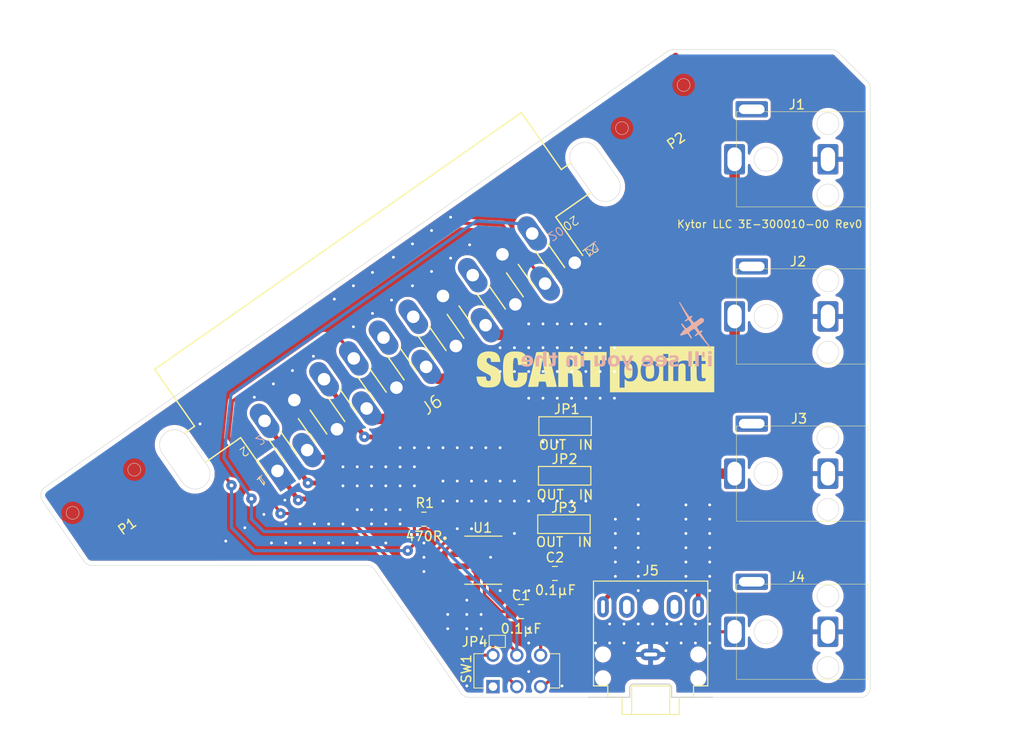
<source format=kicad_pcb>
(kicad_pcb (version 20241229) (generator "pcbnew") (generator_version "9.0")
  (layers (0 "F.Cu" signal) (2 "B.Cu" signal) (13 "F.Paste" user) (15 "B.Paste" user) (5 "F.SilkS" user "F.Silkscreen") (7 "B.SilkS" user "B.Silkscreen") (1 "F.Mask" user) (3 "B.Mask" user) (25 "Edge.Cuts" user))
  (net 0 "")
  (net 2 "/SYNC_INPUT_IC")
  (net 4 "GND")
  (net 7 "Net-(J5-Tip_(Left))")
  (net 10 "Net-(J5-Ring_(Right))")
  (net 11 "/AUDIO_OUT_RIGHT")
  (net 12 "/AUDIO_IN_LEFT")
  (net 13 "Net-(J6-Switch)")
  (net 14 "/AUDIO_OUT_LEFT")
  (net 16 "/AUDIO_IN_RIGHT")
  (net 24 "/SYNC_INPUT_SW")
  (net 25 "/5V")
  (net 26 "/RED")
  (net 27 "/GREEN")
  (net 28 "/Blue")
  (net 29 "/CSYNC")
  (net 30 "/SYNC_INPUT_UNKNOWN")
  (net 31 "/CSYNC_OUTPUT_75OHM")
  (net 32 "/CSYNC_OUTPUT_TTL")
  (net 33 "/CSYNC_INPUT")
  (footprint "Custom_Hardware:PEM M4 Post SMTRAM4-9-7ET" (layer "F.Cu") (at 86.351697 88.699781 -145)
    (property "Reference" "P1")
    (property "Value" "~" (hide yes))
    (fp_circle (center 3.95 -3.500001) (end 4.625001 -3.5) (stroke (width 0.05)) (fill no) (layer "Edge.Cuts"))
    (fp_circle (center -3.950001 -3.5) (end -3.275 -3.499999) (stroke (width 0.05)) (fill no) (layer "Edge.Cuts"))
  )
  (footprint "Custom_Silk:SCARTpoint" (layer "F.Cu") (at 139.532508 83.397545)
    (property "Reference" "REF**" (hide yes))
    (property "Value" "SCARTpoint" (hide yes))
  )
  (footprint "Custom_Connectors:1-RCA 972 (AV1-8.4-91)" (layer "F.Cu") (at 149.41 56.72 -90)
    (property "Reference" "J1")
    (property "Value" "AV1-8.4-9A" (hide yes))
    (fp_circle (center 0 -8.5) (end 1.25 -8.5) (stroke (width 0.05)) (fill no) (layer "Edge.Cuts"))
    (fp_circle (center -3.75 -15) (end -2.6 -15) (stroke (width 0.05)) (fill no) (layer "Edge.Cuts"))
    (fp_circle (center 3.75 -15) (end 4.9 -15) (stroke (width 0.05)) (fill no) (layer "Edge.Cuts"))
  )
  (footprint "Custom_Connectors:Female_SCART_(90)" (layer "F.Cu") (at 111.216875 62.225208 -145)
    (property "Reference" "J6")
    (property "Value" "~" (hide yes))
    (fp_line (start 28.22 -14.95) (end 28.22 -11.2) (stroke (width 0.05)) (layer "Edge.Cuts"))
    (fp_line (start 25.07 -14.95) (end 25.07 -11.2) (stroke (width 0.05)) (layer "Edge.Cuts"))
    (fp_line (start -24.37 -14.958001) (end -24.37 -11.208) (stroke (width 0.05)) (layer "Edge.Cuts"))
    (fp_line (start -27.52 -14.958) (end -27.52 -11.208) (stroke (width 0.05)) (layer "Edge.Cuts"))
    (fp_arc (start 28.22 -11.2) (mid 26.645 -9.625) (end 25.07 -11.2) (stroke (width 0.05)) (layer "Edge.Cuts"))
    (fp_arc (start 25.07 -14.95) (mid 26.645001 -16.525) (end 28.22 -14.95) (stroke (width 0.05)) (layer "Edge.Cuts"))
    (fp_arc (start -24.37 -11.208) (mid -25.945 -9.633) (end -27.52 -11.208) (stroke (width 0.05)) (layer "Edge.Cuts"))
    (fp_arc (start -27.52 -14.958) (mid -25.945 -16.533) (end -24.37 -14.958001) (stroke (width 0.05)) (layer "Edge.Cuts"))
  )
  (footprint "Capacitor_SMD:C_0805_2012Metric_Pad1.18x1.45mm_HandSolder" (layer "F.Cu") (at 132.2 104.2 180)
    (property "Reference" "C1")
    (property "Value" "0.1µF")
  )
  (footprint "Custom_IC:LM1881M" (layer "F.Cu") (at 128.1 103.45)
    (property "Reference" "U1")
    (property "Value" "LM1881M_NOPB" (hide yes))
  )
  (footprint "Custom_Connectors:1-RCA 972 (AV1-8.4-91)" (layer "F.Cu") (at 149.41 73.22 -90)
    (property "Reference" "J2")
    (property "Value" "AV1-8.4-9A" (hide yes))
    (fp_circle (center 0 -8.5) (end 1.25 -8.5) (stroke (width 0.05)) (fill no) (layer "Edge.Cuts"))
    (fp_circle (center -3.75 -15) (end -2.6 -15) (stroke (width 0.05)) (fill no) (layer "Edge.Cuts"))
    (fp_circle (center 3.75 -15) (end 4.9 -15) (stroke (width 0.05)) (fill no) (layer "Edge.Cuts"))
  )
  (footprint "Custom_Hardware:PEM M4 Post SMTRAM4-9-7ET" (layer "F.Cu") (at 144.02 48.32 -145)
    (property "Reference" "P2")
    (property "Value" "~" (hide yes))
    (fp_circle (center 3.95 -3.500001) (end 4.625001 -3.5) (stroke (width 0.05)) (fill no) (layer "Edge.Cuts"))
    (fp_circle (center -3.950001 -3.5) (end -3.275 -3.499999) (stroke (width 0.05)) (fill no) (layer "Edge.Cuts"))
  )
  (footprint "Capacitor_SMD:C_0805_2012Metric_Pad1.18x1.45mm_HandSolder" (layer "F.Cu") (at 135.75 100.2)
    (property "Reference" "C2")
    (property "Value" "0.1µF")
  )
  (footprint "Custom_Jumpers:Solder Jumper Small 3-Way" (layer "F.Cu") (at 136.68 92.5 180)
    (property "Reference" "JP3")
    (property "Value" "SolderJumper_3_Open" (hide yes))
  )
  (footprint "Custom_Jumpers:Solder Jumper Small 3-Way" (layer "F.Cu") (at 136.752492 87.420524 180)
    (property "Reference" "JP2")
    (property "Value" "SolderJumper_3_Open" (hide yes))
  )
  (footprint "Resistor_SMD:R_0805_2012Metric_Pad1.20x1.40mm_HandSolder" (layer "F.Cu") (at 122 94.5 180)
    (property "Reference" "R1")
    (property "Value" "470R")
  )
  (footprint "Custom_Switches:JS202011AQN" (layer "F.Cu") (at 131.75 110.65)
    (property "Reference" "SW1")
    (property "Value" "JS202011AQN" (hide yes))
  )
  (footprint "Custom_Jumpers:Solder Jumper Small 3-Way" (layer "F.Cu") (at 136.8 82.2 180)
    (property "Reference" "JP1")
    (property "Value" "SolderJumper_3_Open" (hide yes))
  )
  (footprint "Custom_Connectors:1-RCA 972 (AV1-8.4-91)" (layer "F.Cu") (at 149.41 89.72 -90)
    (property "Reference" "J3")
    (property "Value" "AV1-8.4-9A" (hide yes))
    (fp_circle (center 0 -8.5) (end 1.25 -8.5) (stroke (width 0.05)) (fill no) (layer "Edge.Cuts"))
    (fp_circle (center -3.75 -15) (end -2.6 -15) (stroke (width 0.05)) (fill no) (layer "Edge.Cuts"))
    (fp_circle (center 3.75 -15) (end 4.9 -15) (stroke (width 0.05)) (fill no) (layer "Edge.Cuts"))
  )
  (footprint "Custom_Jumpers:Jumper Small (1.5x1mm)" (layer "F.Cu") (at 128.9 110.825)
    (property "Reference" "JP4")
    (property "Value" "SolderJumper_2_Open" (hide yes))
  )
  (footprint "Custom_Connectors:Female_Stereo_3.5mm_SJ1-3525N" (layer "F.Cu") (at 145.8 108.7)
    (property "Reference" "J5")
    (property "Value" "~")
    (fp_line (start -2.2 3.5) (end -2.2 4.5) (stroke (width 0.12)) (layer "Edge.Cuts"))
    (fp_line (start -2.2 4.5) (end -6.5 4.5) (stroke (width 0.12)) (layer "Edge.Cuts"))
    (fp_line (start 1.8 3.1) (end -1.8 3.1) (stroke (width 0.12)) (layer "Edge.Cuts"))
    (fp_line (start 2.2 3.5) (end 2.2 4.5) (stroke (width 0.12)) (layer "Edge.Cuts"))
    (fp_line (start 2.2 4.5) (end 6.5 4.5) (stroke (width 0.12)) (layer "Edge.Cuts"))
    (fp_arc (start -2.2 3.5) (mid -2.082842 3.217158) (end -1.8 3.1) (stroke (width 0.12)) (layer "Edge.Cuts"))
    (fp_arc (start 1.8 3.1) (mid 2.082843 3.217157) (end 2.2 3.5) (stroke (width 0.12)) (layer "Edge.Cuts"))
  )
  (footprint "Custom_Connectors:1-RCA 972 (AV1-8.4-91)" (layer "F.Cu") (at 149.41 106.32 -90)
    (property "Reference" "J4")
    (property "Value" "AV1-8.4-9A" (hide yes))
    (fp_circle (center 0 -8.5) (end 1.25 -8.5) (stroke (width 0.05)) (fill no) (layer "Edge.Cuts"))
    (fp_circle (center -3.75 -15) (end -2.6 -15) (stroke (width 0.05)) (fill no) (layer "Edge.Cuts"))
    (fp_circle (center 3.75 -15) (end 4.9 -15) (stroke (width 0.05)) (fill no) (layer "Edge.Cuts"))
  )
  (gr_poly (pts (xy 148.829512 71.70253) (xy 148.835392 71.703348) (xy 148.841318 71.704713) (xy 148.847234 71.706623) (xy 148.853081 71.709078) (xy 148.855962 71.710511) (xy 148.858803 71.71208) (xy 148.861599 71.713785) (xy 148.864342 71.715627) (xy 148.867025 71.717605) (xy 148.869641 71.719719) (xy 148.878703 71.729604) (xy 148.891734 71.746806) (xy 148.908931 71.771698) (xy 148.930495 71.804651) (xy 148.956623 71.846037) (xy 148.987513 71.89623) (xy 149.064374 72.02452) (xy 149.078777 72.047274) (xy 149.093875 72.070821) (xy 149.107981 72.092385) (xy 149.114134 72.101555) (xy 149.119408 72.109186) (xy 149.125445 72.117669) (xy 149.133778 72.130022) (xy 149.155788 72.163955) (xy 149.182362 72.206222) (xy 149.210424 72.252061) (xy 149.277099 72.359234) (xy 149.363221 72.492898) (xy 149.562849 72.793663) (xy 149.660877 72.937745) (xy 149.747396 73.062281) (xy 149.814666 73.155762) (xy 149.838665 73.18726) (xy 149.854949 73.206678) (xy 149.862907 73.214763) (xy 149.86691 73.21832) (xy 149.870938 73.221552) (xy 149.874996 73.224459) (xy 149.879089 73.227039) (xy 149.883226 73.229293) (xy 149.88741 73.231218) (xy 149.891649 73.232815) (xy 149.895948 73.234082) (xy 149.900313 73.235019) (xy 149.904751 73.235625) (xy 149.909267 73.235899) (xy 149.913867 73.235841) (xy 149.918557 73.235449) (xy 149.923344 73.234724) (xy 149.928233 73.233663) (xy 149.93323 73.232267) (xy 149.938342 73.230534) (xy 149.943574 73.228465) (xy 149.948933 73.226057) (xy 149.954423 73.22331) (xy 149.965826 73.216798) (xy 149.97783 73.208922) (xy 149.990484 73.199675) (xy 150.003835 73.189051) (xy 150.017932 73.177044) (xy 150.023545 73.172106) (xy 150.028898 73.167598) (xy 150.034031 73.163506) (xy 150.038983 73.159813) (xy 150.043793 73.156506) (xy 150.048498 73.153567) (xy 150.053138 73.150981) (xy 150.057752 73.148734) (xy 150.062379 73.146809) (xy 150.067056 73.145191) (xy 150.071823 73.143865) (xy 150.07672 73.142814) (xy 150.081783 73.142024) (xy 150.087053 73.141479) (xy 150.092567 73.141163) (xy 150.098366 73.141061) (xy 150.108104 73.141313) (xy 150.117091 73.14208) (xy 150.121308 73.142664) (xy 150.125343 73.143384) (xy 150.129199 73.144244) (xy 150.132877 73.145245) (xy 150.136381 73.14639) (xy 150.139711 73.147682) (xy 150.14287 73.149123) (xy 150.145861 73.150716) (xy 150.148684 73.152464) (xy 150.151344 73.154368) (xy 150.153841 73.156431) (xy 150.156177 73.158656) (xy 150.158356 73.161045) (xy 150.160378 73.163602) (xy 150.162247 73.166327) (xy 150.163964 73.169225) (xy 150.165531 73.172297) (xy 150.166951 73.175546) (xy 150.168225 73.178974) (xy 150.169357 73.182584) (xy 150.170347 73.186379) (xy 150.171198 73.190361) (xy 150.171913 73.194532) (xy 150.172493 73.198895) (xy 150.173257 73.208208) (xy 150.173507 73.218319) (xy 150.173434 73.225518) (xy 150.173168 73.232107) (xy 150.172642 73.238193) (xy 150.171788 73.243885) (xy 150.170536 73.249292) (xy 150.16974 73.251922) (xy 150.168819 73.254522) (xy 150.167765 73.257105) (xy 150.166569 73.259684) (xy 150.165223 73.262273) (xy 150.163718 73.264886) (xy 150.160197 73.270237) (xy 150.155937 73.275846) (xy 150.150872 73.28182) (xy 150.144932 73.288269) (xy 150.13805 73.2953) (xy 150.130157 73.303023) (xy 150.111066 73.320978) (xy 150.104561 73.327197) (xy 150.098167 73.333521) (xy 150.091923 73.339907) (xy 150.085864 73.346312) (xy 150.080029 73.352692) (xy 150.074454 73.359003) (xy 150.069177 73.365203) (xy 150.064235 73.371249) (xy 150.059664 73.377095) (xy 150.055503 73.3827) (xy 150.051789 73.38802) (xy 150.048558 73.393011) (xy 150.045848 73.397629) (xy 150.043696 73.401833) (xy 150.04214 73.405577) (xy 150.041596 73.407264) (xy 150.041216 73.408819) (xy 150.040378 73.412616) (xy 150.039847 73.41666) (xy 150.039688 73.425461) (xy 150.040711 73.435164) (xy 150.042886 73.445712) (xy 150.046183 73.457048) (xy 150.050573 73.469113) (xy 150.056027 73.481852) (xy 150.062515 73.495206) (xy 150.070007 73.509118) (xy 150.078474 73.523531) (xy 150.087888 73.538387) (xy 150.098217 73.553629) (xy 150.109433 73.5692) (xy 150.121507 73.585042) (xy 150.134408 73.601098) (xy 150.148108 73.617311) (xy 150.160154 73.631973) (xy 150.172251 73.647093) (xy 150.184049 73.662239) (xy 150.195203 73.676975) (xy 150.205365 73.690867) (xy 150.214187 73.703483) (xy 150.221323 73.714386) (xy 150.224149 73.719061) (xy 150.226424 73.723144) (xy 150.230955 73.731024) (xy 150.236871 73.739844) (xy 150.243972 73.749406) (xy 150.252056 73.759508) (xy 150.260921 73.769952) (xy 150.270366 73.780536) (xy 150.280189 73.791062) (xy 150.290189 73.801329) (xy 150.300164 73.811137) (xy 150.309913 73.820286) (xy 150.319233 73.828576) (xy 150.327925 73.835807) (xy 150.335785 73.84178) (xy 150.342613 73.846294) (xy 150.345577 73.847941) (xy 150.348207 73.849148) (xy 150.350479 73.849891) (xy 150.352366 73.850144) (xy 150.360001 73.848707) (xy 150.371232 73.844501) (xy 150.385808 73.837685) (xy 150.40348 73.828416) (xy 150.447113 73.803152) (xy 150.500136 73.769976) (xy 150.560549 73.730152) (xy 150.626358 73.684945) (xy 150.695565 73.635621) (xy 150.766174 73.583444) (xy 150.848048 73.522663) (xy 150.882155 73.497536) (xy 150.912174 73.47561) (xy 150.938454 73.456655) (xy 150.961344 73.440439) (xy 150.981191 73.426732) (xy 150.998346 73.415302) (xy 151.013157 73.405918) (xy 151.025972 73.39835) (xy 151.031741 73.395174) (xy 151.037141 73.392366) (xy 151.042217 73.389896) (xy 151.047013 73.387736) (xy 151.051571 73.385856) (xy 151.055935 73.384227) (xy 151.06015 73.382822) (xy 151.064258 73.381611) (xy 151.07233 73.379655) (xy 151.080499 73.378128) (xy 151.098326 73.376005) (xy 151.116061 73.37479) (xy 151.133659 73.37447) (xy 151.151077 73.375036) (xy 151.168271 73.376475) (xy 151.1852 73.378779) (xy 151.201818 73.381935) (xy 151.218082 73.385933) (xy 151.23395 73.390762) (xy 151.249378 73.396411) (xy 151.264321 73.402869) (xy 151.278738 73.410126) (xy 151.292584 73.41817) (xy 151.305817 73.426991) (xy 151.318391 73.436578) (xy 151.330266 73.446919) (xy 151.338456 73.454646) (xy 151.345982 73.462393) (xy 151.352871 73.470234) (xy 151.359155 73.478239) (xy 151.364862 73.48648) (xy 151.370021 73.495028) (xy 151.374663 73.503954) (xy 151.378817 73.51333) (xy 151.382511 73.523226) (xy 151.385777 73.533715) (xy 151.388642 73.544867) (xy 151.391136 73.556755) (xy 151.39329 73.569448) (xy 151.395132 73.583019) (xy 151.396692 73.597538) (xy 151.397999 73.613078) (xy 151.399605 73.636522) (xy 151.40009 73.64668) (xy 151.400331 73.655973) (xy 151.400305 73.664535) (xy 151.39999 73.672497) (xy 151.399361 73.679995) (xy 151.398396 73.687161) (xy 151.397071 73.694129) (xy 151.395364 73.701031) (xy 151.39325 73.708002) (xy 151.390706 73.715174) (xy 151.387711 73.722681) (xy 151.384239 73.730656) (xy 151.380268 73.739233) (xy 151.375774 73.748544) (xy 151.37194 73.755986) (xy 151.367975 73.763235) (xy 151.36387 73.770294) (xy 151.359618 73.777169) (xy 151.355211 73.783864) (xy 151.350641 73.790384) (xy 151.3459 73.796733) (xy 151.340981 73.802916) (xy 151.335876 73.808938) (xy 151.330578 73.814804) (xy 151.325078 73.820517) (xy 151.319368 73.826084) (xy 151.313442 73.831507) (xy 151.30729 73.836793) (xy 151.300907 73.841945) (xy 151.294283 73.846969) (xy 151.233428 73.894198) (xy 151.159874 73.951744) (xy 151.142217 73.965317) (xy 151.122998 73.979559) (xy 151.102836 73.994049) (xy 151.082351 74.008365) (xy 151.062164 74.022086) (xy 151.042895 74.034791) (xy 151.025164 74.046056) (xy 151.009591 74.055461) (xy 150.989397 74.067859) (xy 150.967199 74.082213) (xy 150.918508 74.115488) (xy 150.866939 74.152683) (xy 150.815916 74.191192) (xy 150.768861 74.228412) (xy 150.747892 74.245724) (xy 150.729199 74.261737) (xy 150.713209 74.276125) (xy 150.700351 74.288563) (xy 150.691052 74.298725) (xy 150.687871 74.302851) (xy 150.685741 74.306286) (xy 150.682889 74.312726) (xy 150.680687 74.319358) (xy 150.679139 74.326201) (xy 150.67825 74.333274) (xy 150.678024 74.340594) (xy 150.678467 74.348181) (xy 150.679582 74.356054) (xy 150.681375 74.36423) (xy 150.68385 74.372729) (xy 150.687012 74.381568) (xy 150.690865 74.390768) (xy 150.695415 74.400345) (xy 150.700665 74.41032) (xy 150.70662 74.42071) (xy 150.713286 74.431534) (xy 150.720666 74.442811) (xy 150.725358 74.45037) (xy 150.729827 74.457843) (xy 150.733949 74.465042) (xy 150.737599 74.471783) (xy 150.739209 74.474923) (xy 150.740654 74.477879) (xy 150.74192 74.480627) (xy 150.74299 74.483144) (xy 150.743849 74.485406) (xy 150.744482 74.487391) (xy 150.744873 74.489076) (xy 150.744974 74.489798) (xy 150.745007 74.490436) (xy 150.745166 74.491796) (xy 150.745629 74.493481) (xy 150.746382 74.495466) (xy 150.747405 74.497729) (xy 150.748683 74.500245) (xy 150.750198 74.502993) (xy 150.753871 74.509089) (xy 150.758288 74.51583) (xy 150.763313 74.523029) (xy 150.76881 74.530502) (xy 150.774641 74.538061) (xy 150.781355 74.546437) (xy 150.788664 74.556251) (xy 150.79637 74.567157) (xy 150.804274 74.578807) (xy 150.812179 74.590854) (xy 150.819885 74.60295) (xy 150.827194 74.614749) (xy 150.833908 74.625903) (xy 150.84051 74.636804) (xy 150.848228 74.648624) (xy 150.85679 74.660989) (xy 150.865922 74.673528) (xy 150.875352 74.685868) (xy 150.884807 74.697638) (xy 150.894013 74.708465) (xy 150.898438 74.713409) (xy 150.902699 74.717978) (xy 150.912142 74.727503) (xy 150.921443 74.735839) (xy 150.92605 74.739562) (xy 150.930632 74.742988) (xy 150.935195 74.746117) (xy 150.939741 74.74895) (xy 150.944274 74.751487) (xy 150.9488 74.753729) (xy 150.95332 74.755674) (xy 150.95784 74.757324) (xy 150.962363 74.758679) (xy 150.966892 74.759738) (xy 150.971433 74.760503) (xy 150.975989 74.760972) (xy 150.980563 74.761148) (xy 150.985159 74.761028) (xy 150.989782 74.760615) (xy 150.994435 74.759908) (xy 150.999122 74.758907) (xy 151.003847 74.757612) (xy 151.008614 74.756024) (xy 151.013427 74.754143) (xy 151.018289 74.751969) (xy 151.023205 74.749502) (xy 151.028178 74.746742) (xy 151.033213 74.74369) (xy 151.038312 74.740346) (xy 151.043481 74.736709) (xy 151.054041 74.728561) (xy 151.062901 74.721479) (xy 151.071615 74.714917) (xy 151.080176 74.708872) (xy 151.088573 74.703345) (xy 151.096798 74.698333) (xy 151.104842 74.693835) (xy 151.112696 74.68985) (xy 151.120352 74.686376) (xy 151.127799 74.683413) (xy 151.135031 74.680958) (xy 151.142036 74.67901) (xy 151.148807 74.677569) (xy 151.155335 74.676632) (xy 151.16161 74.676198) (xy 151.167624 74.676266) (xy 151.173368 74.676835) (xy 151.178833 74.677903) (xy 151.184009 74.679469) (xy 151.188889 74.681531) (xy 151.193464 74.684088) (xy 151.197723 74.687139) (xy 151.201659 74.690683) (xy 151.205262 74.694717) (xy 151.208524 74.699242) (xy 151.211436 74.704254) (xy 151.213988 74.709754) (xy 151.216172 74.715739) (xy 151.217979 74.722209) (xy 151.2194 74.729161) (xy 151.220426 74.736595) (xy 151.221048 74.744509) (xy 151.221257 74.752903) (xy 151.221182 74.760091) (xy 151.220906 74.766657) (xy 151.22035 74.77272) (xy 151.219438 74.778402) (xy 151.218092 74.783823) (xy 151.216234 74.789105) (xy 151.215089 74.791731) (xy 151.213788 74.794368) (xy 151.210674 74.799734) (xy 151.206816 74.805323) (xy 151.202137 74.811256) (xy 151.196559 74.817654) (xy 151.190003 74.824638) (xy 151.182394 74.832329) (xy 151.173653 74.840848) (xy 151.152466 74.860853) (xy 151.136096 74.876343) (xy 151.121915 74.890468) (xy 151.109929 74.903522) (xy 151.104761 74.909741) (xy 151.100144 74.915803) (xy 151.09608 74.921746) (xy 151.092568 74.927607) (xy 151.089609 74.933422) (xy 151.087205 74.939229) (xy 151.085355 74.945065) (xy 151.084062 74.950966) (xy 151.083325 74.95697) (xy 151.083145 74.963114) (xy 151.083523 74.969435) (xy 151.084461 74.975969) (xy 151.085957 74.982754) (xy 151.088015 74.989827) (xy 151.090633 74.997224) (xy 151.093814 75.004984) (xy 151.101864 75.021736) (xy 151.112172 75.040379) (xy 151.124742 75.06121) (xy 151.139583 75.084525) (xy 151.156699 75.110619) (xy 151.247451 75.248996) (xy 151.365191 75.427061) (xy 151.420654 75.511347) (xy 151.470759 75.588589) (xy 151.510149 75.650154) (xy 151.533466 75.687411) (xy 151.547559 75.710103) (xy 151.565646 75.737186) (xy 151.587155 75.76789) (xy 151.611518 75.801446) (xy 151.638162 75.837087) (xy 151.666518 75.874041) (xy 151.696015 75.911542) (xy 151.726083 75.948819) (xy 151.747199 75.976138) (xy 151.771988 76.009409) (xy 151.797371 76.044665) (xy 151.809325 76.061796) (xy 151.820274 76.077936) (xy 151.831223 76.093724) (xy 151.843177 76.110579) (xy 151.855751 76.127979) (xy 151.868561 76.145405) (xy 151.881221 76.162334) (xy 151.893349 76.178246) (xy 151.904558 76.19262) (xy 151.914466 76.204936) (xy 151.924805 76.217574) (xy 151.937253 76.23361) (xy 151.951338 76.252375) (xy 151.966589 76.273199) (xy 151.998702 76.318343) (xy 152.029824 76.363686) (xy 152.040375 76.379418) (xy 152.049837 76.393743) (xy 152.058264 76.406769) (xy 152.065708 76.418603) (xy 152.072222 76.429352) (xy 152.077858 76.439123) (xy 152.08267 76.448023) (xy 152.086709 76.456158) (xy 152.09003 76.463636) (xy 152.092683 76.470563) (xy 152.093777 76.473854) (xy 152.094723 76.477047) (xy 152.095529 76.480156) (xy 152.096201 76.483195) (xy 152.096747 76.486176) (xy 152.097171 76.489113) (xy 152.097686 76.494909) (xy 152.097797 76.500689) (xy 152.097558 76.506561) (xy 152.097109 76.511698) (xy 152.096551 76.516406) (xy 152.095871 76.520702) (xy 152.095483 76.522701) (xy 152.09506 76.524602) (xy 152.094602 76.52641) (xy 152.094107 76.528124) (xy 152.093573 76.529749) (xy 152.092999 76.531285) (xy 152.092385 76.532735) (xy 152.091728 76.534102) (xy 152.091027 76.535386) (xy 152.090281 76.536591) (xy 152.089489 76.537719) (xy 152.088649 76.538771) (xy 152.087759 76.539749) (xy 152.086819 76.540657) (xy 152.085827 76.541496) (xy 152.084782 76.542268) (xy 152.083682 76.542975) (xy 152.082526 76.543619) (xy 152.081312 76.544203) (xy 152.08004 76.544729) (xy 152.078708 76.545198) (xy 152.077315 76.545614) (xy 152.075858 76.545977) (xy 152.074338 76.546291) (xy 152.072752 76.546557) (xy 152.071099 76.546777) (xy 152.066532 76.546613) (xy 152.06115 76.544913) (xy 152.054935 76.541657) (xy 152.047865 76.536822) (xy 152.039921 76.530388) (xy 152.031083 76.522332) (xy 152.02133 76.512633) (xy 152.010642 76.501269) (xy 151.986381 76.473459) (xy 151.958138 76.438728) (xy 151.925754 76.396903) (xy 151.889066 76.347811) (xy 151.870477 76.323312) (xy 151.845724 76.292116) (xy 151.782836 76.215784) (xy 151.710621 76.131117) (xy 151.67421 76.089503) (xy 151.639299 76.050419) (xy 151.611288 76.018812) (xy 151.582496 75.985679) (xy 151.55363 75.951877) (xy 151.525396 75.91826) (xy 151.498501 75.885685) (xy 151.473653 75.855008) (xy 151.451559 75.827084) (xy 151.432924 75.802769) (xy 151.423447 75.790474) (xy 151.410484 75.774657) (xy 151.394619 75.755963) (xy 151.376435 75.735036) (xy 151.335442 75.689065) (xy 151.292166 75.641903) (xy 151.25542 75.602054) (xy 151.220844 75.563619) (xy 151.187633 75.525631) (xy 151.154979 75.487121) (xy 151.122078 75.447124) (xy 151.088122 75.404671) (xy 151.052307 75.358794) (xy 151.013824 75.308528) (xy 151.00132 75.292043) (xy 150.988852 75.275971) (xy 150.97648 75.260377) (xy 150.964264 75.245325) (xy 150.952266 75.230881) (xy 150.940545 75.21711) (xy 150.929162 75.204077) (xy 150.918177 75.191846) (xy 150.907651 75.180484) (xy 150.897645 75.170055) (xy 150.888219 75.160625) (xy 150.879432 75.152258) (xy 150.871347 75.14502) (xy 150.864022 75.138975) (xy 150.85752 75.134189) (xy 150.851899 75.130728) (xy 150.846736 75.128309) (xy 150.841204 75.126213) (xy 150.835356 75.12444) (xy 150.829244 75.122989) (xy 150.822921 75.12186) (xy 150.816441 75.121054) (xy 150.809855 75.12057) (xy 150.803216 75.120409) (xy 150.796577 75.12057) (xy 150.789991 75.121054) (xy 150.78351 75.12186) (xy 150.777187 75.122989) (xy 150.771076 75.12444) (xy 150.765227 75.126213) (xy 150.759695 75.128309) (xy 150.754532 75.130728) (xy 150.738939 75.14098) (xy 150.710744 75.160361) (xy 150.674016 75.186092) (xy 150.632824 75.215394) (xy 150.617988 75.226168) (xy 150.604377 75.235898) (xy 150.591901 75.244632) (xy 150.58047 75.25242) (xy 150.569993 75.259308) (xy 150.560382 75.265345) (xy 150.551546 75.270579) (xy 150.543395 75.275058) (xy 150.535839 75.27883) (xy 150.528789 75.281943) (xy 150.522154 75.284446) (xy 150.515845 75.286385) (xy 150.509772 75.28781) (xy 150.503844 75.288769) (xy 150.497972 75.289309) (xy 150.492066 75.289478) (xy 150.485592 75.289373) (xy 150.479465 75.289058) (xy 150.473686 75.288534) (xy 150.468255 75.287803) (xy 150.463172 75.286866) (xy 150.458438 75.285724) (xy 150.454051 75.284379) (xy 150.450014 75.28283) (xy 150.446325 75.28108) (xy 150.442985 75.27913) (xy 150.439994 75.27698) (xy 150.437353 75.274632) (xy 150.435061 75.272087) (xy 150.433119 75.269347) (xy 150.431527 75.266412) (xy 150.430286 75.263284) (xy 150.429394 75.259963) (xy 150.428853 75.256452) (xy 150.428663 75.25275) (xy 150.428824 75.24886) (xy 150.429336 75.244782) (xy 150.4302 75.240518) (xy 150.431414 75.236068) (xy 150.432981 75.231435) (xy 150.4349 75.226618) (xy 150.43717 75.22162) (xy 150.439793 75.216441) (xy 150.442769 75.211082) (xy 150.446097 75.205546) (xy 150.449778 75.199832) (xy 150.458199 75.187878) (xy 150.469987 75.172195) (xy 150.480815 75.158017) (xy 150.49079 75.145234) (xy 150.50002 75.133737) (xy 150.508611 75.123419) (xy 150.51667 75.11417) (xy 150.524304 75.105883) (xy 150.531621 75.098448) (xy 150.538727 75.091758) (xy 150.545729 75.085703) (xy 150.552734 75.080175) (xy 150.559849 75.075066) (xy 150.567181 75.070267) (xy 150.574837 75.065669) (xy 150.582924 75.061164) (xy 150.591549 75.056644) (xy 150.603024 75.050477) (xy 150.613646 75.044265) (xy 150.623431 75.037987) (xy 150.632394 75.031625) (xy 150.640551 75.025157) (xy 150.647918 75.018563) (xy 150.654509 75.011824) (xy 150.657519 75.008393) (xy 150.660341 75.004918) (xy 150.662977 75.001397) (xy 150.665428 74.997827) (xy 150.667698 74.994205) (xy 150.669787 74.990529) (xy 150.671698 74.986797) (xy 150.673433 74.983006) (xy 150.674993 74.979153) (xy 150.676381 74.975235) (xy 150.677598 74.971251) (xy 150.678647 74.967198) (xy 150.679529 74.963073) (xy 150.680246 74.958874) (xy 150.680801 74.954599) (xy 150.681195 74.950244) (xy 150.681507 74.941286) (xy 150.681338 74.935392) (xy 150.6808 74.929559) (xy 150.679847 74.923699) (xy 150.678432 74.917721) (xy 150.676508 74.91154) (xy 150.674029 74.905065) (xy 150.670948 74.898209) (xy 150.66722 74.890883) (xy 150.662797 74.882999) (xy 150.657633 74.874468) (xy 150.651681 74.865203) (xy 150.644896 74.855115) (xy 150.628636 74.832115) (xy 150.608482 74.804761) (xy 150.593126 74.783927) (xy 150.57751 74.762312) (xy 150.562067 74.740523) (xy 150.547231 74.719168) (xy 150.533438 74.698855) (xy 150.52112 74.680192) (xy 150.510713 74.663786) (xy 150.502649 74.650244) (xy 150.493914 74.634942) (xy 150.485505 74.62114) (xy 150.477325 74.608777) (xy 150.469279 74.597791) (xy 150.461269 74.588119) (xy 150.457248 74.583757) (xy 150.453201 74.5797) (xy 150.449115 74.575941) (xy 150.444978 74.572471) (xy 150.440778 74.569284) (xy 150.436503 74.566372) (xy 150.432142 74.563725) (xy 150.427682 74.561338) (xy 150.42311 74.559202) (xy 150.418416 74.55731) (xy 150.413588 74.555653) (xy 150.408612 74.554223) (xy 150.403477 74.553014) (xy 150.398172 74.552018) (xy 150.392683 74.551226) (xy 150.387 74.550631) (xy 150.375 74.55) (xy 150.362076 74.550065) (xy 150.348132 74.550761) (xy 150.336145 74.551652) (xy 150.325008 74.552828) (xy 150.314458 74.554426) (xy 150.304228 74.556582) (xy 150.294054 74.559432) (xy 150.283671 74.563114) (xy 150.272814 74.567762) (xy 150.261217 74.573515) (xy 150.248615 74.580508) (xy 150.234744 74.588877) (xy 150.219338 74.59876) (xy 150.202132 74.610292) (xy 150.16126 74.638851) (xy 150.110007 74.675644) (xy 150.097719 74.684483) (xy 150.084922 74.693372) (xy 150.072 74.702061) (xy 150.05934 74.710305) (xy 150.047324 74.717854) (xy 150.036338 74.72446) (xy 150.026765 74.729876) (xy 150.022629 74.73206) (xy 150.018991 74.733853) (xy 150.010104 74.73855) (xy 150.000234 74.744591) (xy 149.989565 74.751807) (xy 149.978278 74.76003) (xy 149.966557 74.76909) (xy 149.954585 74.778817) (xy 149.942545 74.789044) (xy 149.93062 74.799602) (xy 149.918992 74.81032) (xy 149.907845 74.821031) (xy 149.897362 74.831565) (xy 149.887724 74.841753) (xy 149.879117 74.851427) (xy 149.871721 74.860416) (xy 149.865721 74.868554) (xy 149.861299 74.875669) (xy 149.857286 74.885009) (xy 149.854393 74.894827) (xy 149.852651 74.905202) (xy 149.852088 74.916217) (xy 149.852735 74.92795) (xy 149.854621 74.940484) (xy 149.857774 74.953898) (xy 149.862225 74.968274) (xy 149.868003 74.983691) (xy 149.875138 75.00023) (xy 149.883659 75.017973) (xy 149.893595 75.036999) (xy 149.904976 75.05739) (xy 149.917831 75.079225) (xy 149.93219 75.102586) (xy 149.948083 75.127553) (xy 149.986943 75.18961) (xy 150.022232 75.24817) (xy 150.053453 75.302314) (xy 150.067383 75.327444) (xy 150.08011 75.351126) (xy 150.091571 75.373245) (xy 150.101706 75.393686) (xy 150.110452 75.412336) (xy 150.117747 75.429079) (xy 150.123528 75.4438) (xy 150.127735 75.456384) (xy 150.130304 75.466718) (xy 150.130955 75.471005) (xy 150.131174 75.474686) (xy 150.131094 75.478329) (xy 150.130856 75.481912) (xy 150.130464 75.485432) (xy 150.129921 75.488885) (xy 150.129231 75.492267) (xy 150.128398 75.495575) (xy 150.127423 75.498806) (xy 150.126312 75.501955) (xy 150.125068 75.505018) (xy 150.123694 75.507993) (xy 150.122193 75.510875) (xy 150.12057 75.51366) (xy 150.118827 75.516346) (xy 150.116969 75.518928) (xy 150.114998 75.521403) (xy 150.112918 75.523766) (xy 150.110733 75.526015) (xy 150.108445 75.528145) (xy 150.10606 75.530154) (xy 150.103579 75.532036) (xy 150.101007 75.53379) (xy 150.098347 75.53541) (xy 150.095602 75.536893) (xy 150.092776 75.538236) (xy 150.089873 75.539434) (xy 150.086896 75.540485) (xy 150.083848 75.541384) (xy 150.080734 75.542128) (xy 150.077555 75.542713) (xy 150.074317 75.543135) (xy 150.071022 75.543391) (xy 150.067674 75.543478) (xy 150.062028 75.543251) (xy 150.056584 75.542562) (xy 150.051324 75.541392) (xy 150.046226 75.539724) (xy 150.041271 75.537541) (xy 150.036439 75.534827) (xy 150.031709 75.531564) (xy 150.027061 75.527735) (xy 150.022475 75.523323) (xy 150.01793 75.518311) (xy 150.013408 75.512682) (xy 150.008887 75.506419) (xy 150.004347 75.499505) (xy 149.999769 75.491923) (xy 149.995132 75.483656) (xy 149.990416 75.474686) (xy 149.986247 75.46672) (xy 149.980279 75.456595) (xy 149.972798 75.444734) (xy 149.96409 75.431559) (xy 149.954439 75.41749) (xy 149.94413 75.402951) (xy 149.93345 75.388362) (xy 149.922682 75.374144) (xy 149.89758 75.339203) (xy 149.866326 75.293843) (xy 149.833088 75.24392) (xy 149.817027 75.219076) (xy 149.802032 75.195286) (xy 149.787068 75.171296) (xy 149.773056 75.149662) (xy 149.759882 75.130285) (xy 149.747429 75.113067) (xy 149.735584 75.097907) (xy 149.729854 75.091068) (xy 149.724233 75.084707) (xy 149.718706 75.07881) (xy 149.713259 75.073367) (xy 149.707878 75.068363) (xy 149.702549 75.063788) (xy 149.697257 75.059628) (xy 149.691988 75.055871) (xy 149.686727 75.052505) (xy 149.681461 75.049517) (xy 149.676174 75.046895) (xy 149.670853 75.044626) (xy 149.665483 75.042699) (xy 149.66005 75.0411) (xy 149.65454 75.039817) (xy 149.648937 75.038839) (xy 149.643229 75.038151) (xy 149.6374 75.037743) (xy 149.631436 75.037601) (xy 149.625322 75.037714) (xy 149.619045 75.038069) (xy 149.612591 75.038653) (xy 149.607366 75.039393) (xy 149.601652 75.040412) (xy 149.588977 75.0432) (xy 149.575012 75.046857) (xy 149.560203 75.05122) (xy 149.544998 75.056129) (xy 149.529842 75.061423) (xy 149.515183 75.06694) (xy 149.501466 75.072519) (xy 149.476627 75.082963) (xy 149.447067 75.094306) (xy 149.376831 75.118821) (xy 149.296846 75.144329) (xy 149.213202 75.169092) (xy 149.13199 75.191375) (xy 149.059297 75.209441) (xy 149.001215 75.221554) (xy 148.979556 75.224836) (xy 148.963833 75.225978) (xy 148.954141 75.225812) (xy 148.945289 75.2253) (xy 148.941168 75.224905) (xy 148.937246 75.224415) (xy 148.933518 75.223825) (xy 148.929982 75.223133) (xy 148.926634 75.222336) (xy 148.923469 75.22143) (xy 148.920485 75.220413) (xy 148.917677 75.21928) (xy 148.915042 75.21803) (xy 148.912576 75.216659) (xy 148.910276 75.215164) (xy 148.908138 75.213542) (xy 148.906157 75.21179) (xy 148.904332 75.209904) (xy 148.902656 75.207882) (xy 148.901128 75.205721) (xy 148.899744 75.203416) (xy 148.898499 75.200966) (xy 148.89739 75.198368) (xy 148.896413 75.195617) (xy 148.895566 75.192711) (xy 148.894843 75.189647) (xy 148.894241 75.186422) (xy 148.893757 75.183033) (xy 148.893387 75.179476) (xy 148.893128 75.175748) (xy 148.892924 75.167769) (xy 148.893053 75.164371) (xy 148.893433 75.160734) (xy 148.894913 75.152808) (xy 148.897291 75.14412) (xy 148.900498 75.134796) (xy 148.904461 75.124963) (xy 148.909109 75.114749) (xy 148.914371 75.104281) (xy 148.920176 75.093686) (xy 148.926452 75.083091) (xy 148.933128 75.072623) (xy 148.940133 75.062409) (xy 148.947395 75.052576) (xy 148.954843 75.043252) (xy 148.962406 75.034564) (xy 148.970012 75.026638) (xy 148.977591 75.019603) (xy 148.983339 75.01372) (xy 148.990837 75.005084) (xy 148.999748 74.994116) (xy 149.009738 74.981238) (xy 149.020472 74.966872) (xy 149.031615 74.951439) (xy 149.042833 74.935362) (xy 149.053791 74.919061) (xy 149.088096 74.868561) (xy 149.104327 74.845454) (xy 149.120069 74.823629) (xy 149.135414 74.802976) (xy 149.150455 74.783386) (xy 149.165285 74.764747) (xy 149.179997 74.74695) (xy 149.194685 74.729884) (xy 149.20944 74.71344) (xy 149.224357 74.697508) (xy 149.239528 74.681978) (xy 149.255047 74.666739) (xy 149.271006 74.651681) (xy 149.287498 74.636694) (xy 149.304616 74.621669) (xy 149.316553 74.610438) (xy 149.321795 74.604859) (xy 149.326545 74.599285) (xy 149.3308 74.593701) (xy 149.334556 74.588092) (xy 149.337807 74.582443) (xy 149.34055 74.57674) (xy 149.342779 74.570966) (xy 149.344491 74.565108) (xy 149.34568 74.55915) (xy 149.346344 74.553078) (xy 149.346476 74.546876) (xy 149.346072 74.54053) (xy 149.345129 74.534025) (xy 149.343642 74.527345) (xy 149.341606 74.520477) (xy 149.339016 74.513404) (xy 149.335869 74.506112) (xy 149.332159 74.498586) (xy 149.327883 74.490812) (xy 149.323036 74.482774) (xy 149.311611 74.465846) (xy 149.297848 74.447685) (xy 149.281711 74.42817) (xy 149.263165 74.407183) (xy 149.242174 74.384603) (xy 149.231167 74.372233) (xy 149.218213 74.356487) (xy 149.187802 74.316836) (xy 149.153621 74.269596) (xy 149.118349 74.218709) (xy 149.084664 74.16812) (xy 149.055246 74.121772) (xy 149.032773 74.08361) (xy 149.024978 74.068831) (xy 149.019924 74.057578) (xy 149.018286 74.052786) (xy 149.016939 74.047946) (xy 149.015876 74.04307) (xy 149.015091 74.038172) (xy 149.014578 74.033265) (xy 149.014329 74.028361) (xy 149.014339 74.023474) (xy 149.014599 74.018618) (xy 149.015105 74.013805) (xy 149.01585 74.009048) (xy 149.016825 74.004362) (xy 149.018027 73.999758) (xy 149.019446 73.99525) (xy 149.021078 73.990852) (xy 149.022915 73.986576) (xy 149.024951 73.982436) (xy 149.027179 73.978445) (xy 149.029593 73.974615) (xy 149.032186 73.970961) (xy 149.034952 73.967495) (xy 149.037883 73.964231) (xy 149.040974 73.961182) (xy 149.044217 73.95836) (xy 149.047606 73.955779) (xy 149.051135 73.953453) (xy 149.054797 73.951394) (xy 149.058585 73.949616) (xy 149.062493 73.948131) (xy 149.066514 73.946954) (xy 149.070642 73.946096) (xy 149.07487 73.945572) (xy 149.079191 73.945394) (xy 149.08425 73.945618) (xy 149.089204 73.946389) (xy 149.094195 73.947857) (xy 149.099365 73.950173) (xy 149.104859 73.953488) (xy 149.110817 73.957952) (xy 149.117383 73.963714) (xy 149.124699 73.970927) (xy 149.132908 73.979739) (xy 149.142153 73.990301) (xy 149.164321 74.017278) (xy 149.192342 74.053061) (xy 149.227358 74.098853) (xy 149.28521 74.175493) (xy 149.331405 74.23632) (xy 149.367777 74.283679) (xy 149.396162 74.319912) (xy 149.407933 74.33459) (xy 149.418395 74.347365) (xy 149.427778 74.358531) (xy 149.436312 74.36838) (xy 149.444226 74.377207) (xy 149.451749 74.385304) (xy 149.459111 74.392963) (xy 149.466541 74.400478) (xy 149.478441 74.412325) (xy 149.489409 74.422378) (xy 149.499853 74.430506) (xy 149.510181 74.436577) (xy 149.515428 74.438799) (xy 149.5208 74.440458) (xy 149.526346 74.441537) (xy 149.532118 74.442019) (xy 149.538167 74.441888) (xy 149.544544 74.441128) (xy 149.551299 74.439721) (xy 149.558484 74.437652) (xy 149.574346 74.431459) (xy 149.592538 74.422419) (xy 149.613469 74.4104) (xy 149.637544 74.395269) (xy 149.665173 74.376894) (xy 149.696763 74.355145) (xy 149.773457 74.300994) (xy 149.798625 74.282719) (xy 149.82324 74.264482) (xy 149.847174 74.246393) (xy 149.870295 74.228565) (xy 149.892473 74.211108) (xy 149.913579 74.194136) (xy 149.933482 74.177759) (xy 149.952051 74.162088) (xy 149.969157 74.147236) (xy 149.984669 74.133315) (xy 149.998458 74.120435) (xy 150.010392 74.108709) (xy 150.020342 74.098247) (xy 150.028177 74.089162) (xy 150.033767 74.081566) (xy 150.03568 74.078361) (xy 150.036982 74.07557) (xy 150.037961 74.072858) (xy 150.038911 74.069904) (xy 150.039826 74.066735) (xy 150.040703 74.063382) (xy 150.042322 74.05624) (xy 150.043729 74.048714) (xy 150.044889 74.041039) (xy 150.045763 74.033451) (xy 150.046315 74.026185) (xy 150.046459 74.022747) (xy 150.046507 74.019478) (xy 150.045292 74.011383) (xy 150.041795 74.00006) (xy 150.036238 73.985903) (xy 150.028847 73.969306) (xy 150.009449 73.930367) (xy 149.985389 73.886392) (xy 149.958451 73.840533) (xy 149.930422 73.795938) (xy 149.903087 73.755758) (xy 149.890238 73.738309) (xy 149.878232 73.723144) (xy 149.861316 73.701763) (xy 149.843704 73.679091) (xy 149.827482 73.657809) (xy 149.814732 73.640594) (xy 149.81076 73.635348) (xy 149.806582 73.630525) (xy 149.802197 73.626124) (xy 149.797603 73.622148) (xy 149.792799 73.618596) (xy 149.787783 73.61547) (xy 149.782555 73.612771) (xy 149.777112 73.610498) (xy 149.771454 73.608653) (xy 149.765579 73.607237) (xy 149.759486 73.606251) (xy 149.753173 73.605694) (xy 149.74664 73.605569) (xy 149.739884 73.605875) (xy 149.732905 73.606614) (xy 149.7257 73.607786) (xy 149.710611 73.611433) (xy 149.694605 73.616823) (xy 149.677673 73.623962) (xy 149.659802 73.632855) (xy 149.640983 73.64351) (xy 149.621204 73.655932) (xy 149.600455 73.670128) (xy 149.578724 73.686103) (xy 149.568935 73.693336) (xy 149.559223 73.700153) (xy 149.549604 73.706551) (xy 149.540093 73.71253) (xy 149.530705 73.718088) (xy 149.521456 73.723224) (xy 149.51236 73.727936) (xy 149.503434 73.732223) (xy 149.494692 73.736084) (xy 149.48615 73.739517) (xy 149.477823 73.742521) (xy 149.469726 73.745095) (xy 149.461875 73.747236) (xy 149.454285 73.748945) (xy 149.446972 73.750219) (xy 149.43995 73.751058) (xy 149.433235 73.751459) (xy 149.426843 73.751422) (xy 149.420788 73.750945) (xy 149.415086 73.750026) (xy 149.409752 73.748665) (xy 149.404801 73.74686) (xy 149.40025 73.74461) (xy 149.396112 73.741913) (xy 149.392404 73.738768) (xy 149.389141 73.735174) (xy 149.386337 73.731129) (xy 149.384009 73.726631) (xy 149.382172 73.721681) (xy 149.380841 73.716275) (xy 149.380031 73.710414) (xy 149.379757 73.704094) (xy 149.379961 73.699908) (xy 149.380591 73.695655) (xy 149.381676 73.691293) (xy 149.383247 73.686781) (xy 149.385332 73.682076) (xy 149.387962 73.677138) (xy 149.391165 73.671924) (xy 149.394971 73.666391) (xy 149.39941 73.6605) (xy 149.404511 73.654206) (xy 149.410303 73.647469) (xy 149.416816 73.640247) (xy 149.424079 73.632498) (xy 149.432122 73.62418) (xy 149.450666 73.605669) (xy 149.466456 73.590915) (xy 149.483325 73.57554) (xy 149.500765 73.560016) (xy 149.518267 73.544815) (xy 149.535322 73.530408) (xy 149.551422 73.517266) (xy 149.566059 73.50586) (xy 149.578724 73.496661) (xy 149.589696 73.488589) (xy 149.599622 73.480999) (xy 149.60855 73.473828) (xy 149.616526 73.467011) (xy 149.623597 73.460486) (xy 149.629809 73.454189) (xy 149.632608 73.451106) (xy 149.635209 73.448057) (xy 149.637619 73.445032) (xy 149.639843 73.442025) (xy 149.641887 73.439027) (xy 149.643757 73.43603) (xy 149.645459 73.433027) (xy 149.646999 73.430009) (xy 149.648382 73.426969) (xy 149.649614 73.423898) (xy 149.650702 73.420789) (xy 149.65165 73.417633) (xy 149.652465 73.414424) (xy 149.653152 73.411152) (xy 149.653718 73.40781) (xy 149.654168 73.40439) (xy 149.654743 73.397284) (xy 149.654924 73.38977) (xy 149.654409 73.383122) (xy 149.652886 73.375137) (xy 149.65039 73.36589) (xy 149.646954 73.355456) (xy 149.642612 73.343913) (xy 149.6374 73.331336) (xy 149.624497 73.303383) (xy 149.608519 73.272206) (xy 149.589737 73.238411) (xy 149.568426 73.202608) (xy 149.544857 73.165403) (xy 149.534171 73.148238) (xy 149.521475 73.126707) (xy 149.491941 73.074122) (xy 149.460025 73.014789) (xy 149.429499 72.955853) (xy 149.396674 72.892948) (xy 149.359781 72.82409) (xy 149.323087 72.757614) (xy 149.306148 72.727873) (xy 149.290858 72.701853) (xy 149.243303 72.619741) (xy 149.205893 72.554744) (xy 149.176967 72.503837) (xy 149.154862 72.463992) (xy 149.137916 72.432184) (xy 149.124468 72.405387) (xy 149.112855 72.380574) (xy 149.101416 72.354719) (xy 149.094419 72.337898) (xy 149.086318 72.319563) (xy 149.077399 72.300285) (xy 149.067946 72.280636) (xy 149.058245 72.261185) (xy 149.048582 72.242503) (xy 149.039241 72.22516) (xy 149.030508 72.209728) (xy 148.955893 72.079631) (xy 148.924554 72.024479) (xy 148.896943 71.975406) (xy 148.872872 71.932026) (xy 148.852156 71.893952) (xy 148.834604 71.860795) (xy 148.820031 71.832167) (xy 148.808249 71.807683) (xy 148.803346 71.796872) (xy 148.799069 71.786953) (xy 148.795397 71.777875) (xy 148.792305 71.76959) (xy 148.78977 71.76205) (xy 148.787769 71.755207) (xy 148.786277 71.749011) (xy 148.785273 71.743416) (xy 148.784731 71.738371) (xy 148.784629 71.733829) (xy 148.784943 71.729741) (xy 148.78565 71.72606) (xy 148.786727 71.722735) (xy 148.788149 71.719719) (xy 148.789515 71.717605) (xy 148.791029 71.715627) (xy 148.792684 71.713785) (xy 148.794472 71.71208) (xy 148.796387 71.710511) (xy 148.798421 71.709078) (xy 148.800566 71.707782) (xy 148.802817 71.706623) (xy 148.805165 71.705599) (xy 148.807604 71.704713) (xy 148.810126 71.703962) (xy 148.812724 71.703348) (xy 148.815392 71.702871) (xy 148.818121 71.70253) (xy 148.820904 71.702325) (xy 148.823736 71.702257)) (stroke (width -0.000001)) (fill yes) (layer "B.SilkS"))
  (gr_line (start 168.553577 48.536059) (end 165.384931 45.393072) (stroke (width 0.05)) (layer "Edge.Cuts"))
  (gr_line (start 116.813834 99.797269) (end 125.917648 112.796849) (stroke (width 0.05)) (layer "Edge.Cuts"))
  (gr_line (start 168.859998 49.252704) (end 168.859737 112.222893) (stroke (width 0.05)) (layer "Edge.Cuts"))
  (gr_arc (start 126.72 113.2) (mid 126.258576 113.08718) (end 125.917648 112.796849) (stroke (width 0.05)) (layer "Edge.Cuts"))
  (gr_arc (start 168.553577 48.536059) (mid 168.78 48.87) (end 168.856125 49.252704) (stroke (width 0.05)) (layer "Edge.Cuts"))
  (gr_line (start 81.945648 92.567214) (end 86.339976 98.950005) (stroke (width 0.05)) (layer "Edge.Cuts"))
  (gr_line (start 167.86 113.2) (end 152.3 113.2) (stroke (width 0.05)) (layer "Edge.Cuts"))
  (gr_line (start 87.142607 99.353151) (end 115.978404 99.34718) (stroke (width 0.05)) (layer "Edge.Cuts"))
  (gr_line (start 126.72 113.2) (end 139.3 113.2) (stroke (width 0.05)) (layer "Edge.Cuts"))
  (gr_line (start 82.191212 91.17443) (end 82.190062 91.172788) (stroke (width 0.05)) (layer "Edge.Cuts"))
  (gr_arc (start 147.635258 45.350305) (mid 147.780218 45.28256) (end 148.13 45.21943) (stroke (width 0.05)) (layer "Edge.Cuts"))
  (gr_arc (start 115.978404 99.34718) (mid 116.44 99.46) (end 116.813834 99.797269) (stroke (width 0.05)) (layer "Edge.Cuts"))
  (gr_arc (start 81.945648 92.567214) (mid 81.78 91.82) (end 82.191212 91.17443) (stroke (width 0.05)) (layer "Edge.Cuts"))
  (gr_line (start 164.748243 45.21943) (end 148.13 45.21943) (stroke (width 0.05)) (layer "Edge.Cuts"))
  (gr_arc (start 164.748243 45.219429) (mid 165.28 45.33) (end 165.384931 45.393072) (stroke (width 0.05)) (layer "Edge.Cuts"))
  (gr_arc (start 87.142607 99.353151) (mid 86.680928 99.240331) (end 86.339976 98.950005) (stroke (width 0.05)) (layer "Edge.Cuts"))
  (gr_arc (start 168.859737 112.222893) (mid 168.567107 112.907107) (end 167.86 113.2) (stroke (width 0.05)) (layer "Edge.Cuts"))
  (gr_line (start 168.856125 49.252704) (end 168.859998 49.252704) (stroke (width 0.05)) (layer "Edge.Cuts"))
  (gr_line (start 82.190062 91.172788) (end 147.635258 45.350305) (stroke (width 0.05)) (layer "Edge.Cuts"))
  (gr_text "Kytor LLC 3E-300010-00 Rev0" (at 148.5 64 0) (layer "F.SilkS") (effects (font (size 0.8 0.8) (thickness 0.12)) (justify left bottom)))
  (gr_text "i'll see you in the" (at 152.385441 78.720182 0) (layer "B.SilkS") (effects (font (size 1.5 1.5) (thickness 0.3) (bold yes)) (justify left bottom mirror)))
  (segment (start 127.37 98.17) (end 125.77 98.17) (width 0.33) (layer "F.Cu") (net 2))
  (segment (start 131.1625 104.2) (end 130.1 104.2) (width 0.33) (layer "F.Cu") (net 2))
  (segment (start 128.35 102.45) (end 128.35 99.15) (width 0.33) (layer "F.Cu") (net 2))
  (segment (start 130.1 104.2) (end 128.35 102.45) (width 0.33) (layer "F.Cu") (net 2))
  (segment (start 128.35 99.15) (end 127.37 98.17) (width 0.33) (layer "F.Cu") (net 2))
  (via (at 146 105.5) (size 0.6) (drill 0.3) (layers "F.Cu" "B.Cu") (net 4))
  (via (at 126.8 65.7) (size 0.6) (drill 0.3) (layers "F.Cu" "B.Cu") (net 4))
  (via (at 149.5 99) (size 0.6) (drill 0.3) (layers "F.Cu" "B.Cu") (net 4))
  (via (at 121 87) (size 0.6) (drill 0.3) (layers "F.Cu" "B.Cu") (net 4))
  (via (at 142.1 99) (size 0.6) (drill 0.3) (layers "F.Cu" "B.Cu") (net 4))
  (via (at 130 102) (size 0.6) (drill 0.3) (layers "F.Cu" "B.Cu") (net 4))
  (via (at 129 98.5) (size 0.6) (drill 0.3) (layers "F.Cu" "B.Cu") (net 4))
  (via (at 120.8 70) (size 0.6) (drill 0.3) (layers "F.Cu" "B.Cu") (net 4))
  (via (at 139 92.6) (size 0.6) (drill 0.3) (layers "F.Cu" "B.Cu") (net 4))
  (via (at 130 90.5) (size 0.6) (drill 0.3) (layers "F.Cu" "B.Cu") (net 4))
  (via (at 137.5 76.5) (size 0.6) (drill 0.3) (layers "F.Cu" "B.Cu") (net 4))
  (via (at 140.5 76.5) (size 0.6) (drill 0.3) (layers "F.Cu" "B.Cu") (net 4))
  (via (at 149.5 94.5) (size 0.6) (drill 0.3) (layers "F.Cu" "B.Cu") (net 4))
  (via (at 125.5 92.6) (size 0.6) (drill 0.3) (layers "F.Cu" "B.Cu") (net 4))
  (via (at 118 95) (size 0.6) (drill 0.3) (layers "F.Cu" "B.Cu") (net 4))
  (via (at 141.5 107.5) (size 0.6) (drill 0.3) (layers "F.Cu" "B.Cu") (net 4))
  (via (at 137.5 92.6) (size 0.6) (drill 0.3) (layers "F.Cu" "B.Cu") (net 4))
  (via (at 152 96) (size 0.6) (drill 0.3) (layers "F.Cu" "B.Cu") (net 4))
  (via (at 144.5 93) (size 0.6) (drill 0.3) (layers "F.Cu" "B.Cu") (net 4))
  (via (at 124 92.6) (size 0.6) (drill 0.3) (layers "F.Cu" "B.Cu") (net 4))
  (via (at 106.2 80.3) (size 0.6) (drill 0.3) (layers "F.Cu" "B.Cu") (net 4))
  (via (at 116.5 93.5) (size 0.6) (drill 0.3) (layers "F.Cu" "B.Cu") (net 4))
  (via (at 124.5 106) (size 0.6) (drill 0.3) (layers "F.Cu" "B.Cu") (net 4))
  (via (at 107.4 92.5) (size 0.6) (drill 0.3) (layers "F.Cu" "B.Cu") (net 4))
  (via (at 113.5 97) (size 0.6) (drill 0.3) (layers "F.Cu" "B.Cu") (net 4))
  (via (at 108.2 78.9) (size 0.6) (drill 0.3) (layers "F.Cu" "B.Cu") (net 4))
  (via (at 116.5 95) (size 0.6) (drill 0.3) (layers "F.Cu" "B.Cu") (net 4))
  (via (at 126.5 112) (size 0.6) (drill 0.3) (layers "F.Cu" "B.Cu") (net 4))
  (via (at 136 81.8) (size 0.6) (drill 0.3) (layers "F.Cu" "B.Cu") (net 4))
  (via (at 121 91) (size 0.6) (drill 0.3) (layers "F.Cu" "B.Cu") (net 4))
  (via (at 126.5 103) (size 0.6) (drill 0.3) (layers "F.Cu" "B.Cu") (net 4))
  (via (at 125.5 95.5) (size 0.6) (drill 0.3) (layers "F.Cu" "B.Cu") (net 4))
  (via (at 152 105.5) (size 0.6) (drill 0.3) (layers "F.Cu" "B.Cu") (net 4))
  (via (at 115 93.5) (size 0.6) (drill 0.3) (layers "F.Cu" "B.Cu") (net 4))
  (via (at 139 79) (size 0.6) (drill 0.3) (layers "F.Cu" "B.Cu") (net 4))
  (via (at 136 76.5) (size 0.6) (drill 0.3) (layers "F.Cu" "B.Cu") (net 4))
  (via (at 98.5 84.5) (size 0.6) (drill 0.3) (layers "F.Cu" "B.Cu") (net 4))
  (via (at 142.1 96) (size 0.6) (drill 0.3) (layers "F.Cu" "B.Cu") (net 4))
  (via (at 118.6 71.5) (size 0.6) (drill 0.3) (layers "F.Cu" "B.Cu") (net 4))
  (via (at 131.5 102) (size 0.6) (drill 0.3) (layers "F.Cu" "B.Cu") (net 4))
  (via (at 150.5 105.5) (size 0.6) (drill 0.3) (layers "F.Cu" "B.Cu") (net 4))
  (via (at 124.8 67.1) (size 0.6) (drill 0.3) (layers "F.Cu" "B.Cu") (net 4))
  (via (at 131.5 76.5) (size 0.6) (drill 0.3) (layers "F.Cu" "B.Cu") (net 4))
  (via (at 110.5 97) (size 0.6) (drill 0.3) (layers "F.Cu" "B.Cu") (net 4))
  (via (at 131.5 92.6) (size 0.6) (drill 0.3) (layers "F.Cu" "B.Cu") (net 4))
  (via (at 142 79) (size 0.6) (drill 0.3) (layers "F.Cu" "B.Cu") (net 4))
  (via (at 152 94.5) (size 0.6) (drill 0.3) (layers "F.Cu" "B.Cu") (net 4))
  (via (at 133 79) (size 0.6) (drill 0.3) (layers "F.Cu" "B.Cu") (net 4))
  (via (at 112.6 71.4) (size 0.6) (drill 0.3) (layers "F.Cu" "B.Cu") (net 4))
  (via (at 126.5 106) (size 0.6) (drill 0.3) (layers "F.Cu" "B.Cu") (net 4))
  (via (at 107.5 97) (size 0.6) (drill 0.3) (layers "F.Cu" "B.Cu") (net 4))
  (via (at 109 97) (size 0.6) (drill 0.3) (layers "F.Cu" "B.Cu") (net 4))
  (via (at 128.5 92.6) (size 0.6) (drill 0.3) (layers "F.Cu" "B.Cu") (net 4))
  (via (at 127 95.5) (size 0.6) (drill 0.3) (layers "F.Cu" "B.Cu") (net 4))
  (via (at 127 92.6) (size 0.6) (drill 0.3) (layers "F.Cu" "B.Cu") (net 4))
  (via (at 134.5 92.6) (size 0.6) (drill 0.3) (layers "F.Cu" "B.Cu") (net 4))
  (via (at 136.5 112) (size 0.6) (drill 0.3) (layers "F.Cu" "B.Cu") (net 4))
  (via (at 137.5 81.8) (size 0.6) (drill 0.3) (layers "F.Cu" "B.Cu") (net 4))
  (via (at 119.5 87) (size 0.6) (drill 0.3) (layers "F.Cu" "B.Cu") (net 4))
  (via (at 144.5 105.5) (size 0.6) (drill 0.3) (layers "F.Cu" "B.Cu") (net 4))
  (via (at 124 90.5) (size 0.6) (drill 0.3) (layers "F.Cu" "B.Cu") (net 4))
  (via (at 124.5 104.5) (size 0.6) (drill 0.3) (layers "F.Cu" "B.Cu") (net 4))
  (via (at 133 81.8) (size 0.6) (drill 0.3) (layers "F.Cu" "B.Cu") (net 4))
  (via (at 122 100) (size 0.6) (drill 0.3) (layers "F.Cu" "B.Cu") (net 4))
  (via (at 107.5 95) (size 0.6) (drill 0.3) (layers "F.Cu" "B.Cu") (net 4))
  (via (at 131.5 90.5) (size 0.6) (drill 0.3) (layers "F.Cu" "B.Cu") (net 4))
  (via (at 147.5 107.5) (size 0.6) (drill 0.3) (layers "F.Cu" "B.Cu") (net 4))
  (via (at 142.1 97.5) (size 0.6) (drill 0.3) (layers "F.Cu" "B.Cu") (net 4))
  (via (at 112 95) (size 0.6) (drill 0.3) (layers "F.Cu" "B.Cu") (net 4))
  (via (at 114.6 70) (size 0.6) (drill 0.3) (layers "F.Cu" "B.Cu") (net 4))
  (via (at 137.5 74) (size 0.6) (drill 0.3) (layers "F.Cu" "B.Cu") (net 4))
  (via (at 139 81.8) (size 0.6) (drill 0.3) (layers "F.Cu" "B.Cu") (net 4))
  (via (at 134.5 79) (size 0.6) (drill 0.3) (layers "F.Cu" "B.Cu") (net 4))
  (via (at 149.5 100.5) (size 0.6) (drill 0.3) (layers "F.Cu" "B.Cu") (net 4))
  (via (at 149 107.5) (size 0.6) (drill 0.3) (layers "F.Cu" "B.Cu") (net 4))
  (via (at 140.5 79) (size 0.6) (drill 0.3) (layers "F.Cu" "B.Cu") (net 4))
  (via (at 149.5 102) (size 0.6) (drill 0.3) (layers "F.Cu" "B.Cu") (net 4))
  (via (at 119.5 93.5) (size 0.6) (drill 0.3) (layers "F.Cu" "B.Cu") (net 4))
  (via (at 133 76.5) (size 0.6) (drill 0.3) (layers "F.Cu" "B.Cu") (net 4))
  (via (at 140.5 81.8) (size 0.6) (drill 0.3) (layers "F.Cu" "B.Cu") (net 4))
  (via (at 128.5 90.5) (size 0.6) (drill 0.3) (layers "F.Cu" "B.Cu") (net 4))
  (via (at 149.5 97.5) (size 0.6) (drill 0.3) (layers "F.Cu" "B.Cu") (net 4))
  (via (at 113.5 91) (size 0.6) (drill 0.3) (layers "F.Cu" "B.Cu") (net 4))
  (via (at 128 106) (size 0.6) (drill 0.3) (layers "F.Cu" "B.Cu") (net 4))
  (via (at 120.8 65.6) (size 0.6) (drill 0.3) (layers "F.Cu" "B.Cu") (net 4))
  (via (at 131.5 79) (size 0.6) (drill 0.3) (layers "F.Cu" "B.Cu") (net 4))
  (via (at 125.5 87) (size 0.6) (drill 0.3) (layers "F.Cu" "B.Cu") (net 4))
  (via (at 137.5 79) (size 0.6) (drill 0.3) (layers "F.Cu" "B.Cu") (net 4))
  (via (at 112 97) (size 0.6) (drill 0.3) (layers "F.Cu" "B.Cu") (net 4))
  (via (at 152 102) (size 0.6) (drill 0.3) (layers "F.Cu" "B.Cu") (net 4))
  (via (at 149 105.5) (size 0.6) (drill 0.3) (layers "F.Cu" "B.Cu") (net 4))
  (via (at 128 104.5) (size 0.6) (drill 0.3) (layers "F.Cu" "B.Cu") (net 4))
  (via (at 144.5 100.5) (size 0.6) (drill 0.3) (layers "F.Cu" "B.Cu") (net 4))
  (via (at 106 97) (size 0.6) (drill 0.3) (layers "F.Cu" "B.Cu") (net 4))
  (via (at 119.5 89) (size 0.6) (drill 0.3) (layers "F.Cu" "B.Cu") (net 4))
  (via (at 122 98.5) (size 0.6) (drill 0.3) (layers "F.Cu" "B.Cu") (net 4))
  (via (at 115 97) (size 0.6) (drill 0.3) (layers "F.Cu" "B.Cu") (net 4))
  (via (at 152 107.5) (size 0.6) (drill 0.3) (layers "F.Cu" "B.Cu") (net 4))
  (via (at 134.5 76.5) (size 0.6) (drill 0.3) (layers "F.Cu" "B.Cu") (net 4))
  (via (at 142 76.5) (size 0.6) (drill 0.3) (layers "F.Cu" "B.Cu") (net 4))
  (via (at 109 95) (size 0.6) (drill 0.3) (layers "F.Cu" "B.Cu") (net 4))
  (via (at 141.5 105.5) (size 0.6) (drill 0.3) (layers "F.Cu" "B.Cu") (net 4))
  (via (at 144.5 94.5) (size 0.6) (drill 0.3) (layers "F.Cu" "B.Cu") (net 4))
  (via (at 104.2 81.7) (size 0.6) (drill 0.3) (layers "F.Cu" "B.Cu") (net 4))
  (via (at 149.5 93) (size 0.6) (drill 0.3) (layers "F.Cu" "B.Cu") (net 4))
  (via (at 119.5 95) (size 0.6) (drill 0.3) (layers "F.Cu" "B.Cu") (net 4))
  (via (at 149.5 96) (size 0.6) (drill 0.3) (layers "F.Cu" "B.Cu") (net 4))
  (via (at 128 107.5) (size 0.6) (drill 0.3) (layers "F.Cu" "B.Cu") (net 4))
  (via (at 142 81.8) (size 0.6) (drill 0.3) (layers "F.Cu" "B.Cu") (net 4))
  (via (at 136 74) (size 0.6) (drill 0.3) (layers "F.Cu" "B.Cu") (net 4))
  (via (at 133 102) (size 0.6) (drill 0.3) (layers "F.Cu" "B.Cu") (net 4))
  (via (at 128.5 87) (size 0.6) (drill 0.3) (layers "F.Cu" "B.Cu") (net 4))
  (via (at 152 99) (size 0.6) (drill 0.3) (layers "F.Cu" "B.Cu") (net 4))
  (via (at 121 89) (size 0.6) (drill 0.3) (layers "F.Cu" "B.Cu") (net 4))
  (via (at 134.5 74) (size 0.6) (drill 0.3) (layers "F.Cu" "B.Cu") (net 4))
  (via (at 144.5 107.5) (size 0.6) (drill 0.3) (layers "F.Cu" "B.Cu") (net 4))
  (via (at 118 97) (size 0.6) (drill 0.3) (layers "F.Cu" "B.Cu") (net 4))
  (via (at 115 89) (size 0.6) (drill 0.3) (layers "F.Cu" "B.Cu") (net 4))
  (via (at 110.5 95) (size 0.6) (drill 0.3) (layers "F.Cu" "B.Cu") (net 4))
  (via (at 127 87) (size 0.6) (drill 0.3) (layers "F.Cu" "B.Cu") (net 4))
  (via (at 103.2 95.4) (size 0.6) (drill 0.3) (layers "F.Cu" "B.Cu") (net 4))
  (via (at 105.2 94) (size 0.6) (drill 0.3) (layers "F.Cu" "B.Cu") (net 4))
  (via (at 116.6 68.6) (size 0.6) (drill 0.3) (layers "F.Cu" "B.Cu") (net 4))
  (via (at 152 97.5) (size 0.6) (drill 0.3) (layers "F.Cu" "B.Cu") (net 4))
  (via (at 144.5 97.5) (size 0.6) (drill 0.3) (layers "F.Cu" "B.Cu") (net 4))
  (via (at 142.1 94.5) (size 0.6) (drill 0.3) (layers "F.Cu" "B.Cu") (net 4))
  (via (at 131.5 96) (size 0.6) (drill 0.3) (layers "F.Cu" "B.Cu") (net 4))
  (via (at 122.5 87) (size 0.6) (drill 0.3) (layers "F.Cu" "B.Cu") (net 4))
  (via (at 142.1 100.5) (size 0.6) (drill 0.3) (layers "F.Cu" "B.Cu") (net 4))
  (via (at 144.5 96) (size 0.6) (drill 0.3) (layers "F.Cu" "B.Cu") (net 4))
  (via (at 110.4 77.4) (size 0.6) (drill 0.3) (layers "F.Cu" "B.Cu") (net 4))
  (via (at 115 91) (size 0.6) (drill 0.3) (layers "F.Cu" "B.Cu") (net 4))
  (via (at 113.5 89) (size 0.6) (drill 0.3) (layers "F.Cu" "B.Cu") (net 4))
  (via (at 136 92.6) (size 0.6) (drill 0.3) (layers "F.Cu" "B.Cu") (net 4))
  (via (at 130 92.6) (size 0.6) (drill 0.3) (layers "F.Cu" "B.Cu") (net 4))
  (via (at 130 87) (size 0.6) (drill 0.3) (layers "F.Cu" "B.Cu") (net 4))
  (via (at 140.5 74) (size 0.6) (drill 0.3) (layers "F.Cu" "B.Cu") (net 4))
  (via (at 118 89) (size 0.6) (drill 0.3) (layers "F.Cu" "B.Cu") (net 4))
  (via (at 143 107.5) (size 0.6) (drill 0.3) (layers "F.Cu" "B.Cu") (net 4))
  (via (at 152 100.5) (size 0.6) (drill 0.3) (layers "F.Cu" "B.Cu") (net 4))
  (via (at 140 107.5) (size 0.6) (drill 0.3) (layers "F.Cu" "B.Cu") (net 4))
  (via (at 150.5 107.5) (size 0.6) (drill 0.3) (layers "F.Cu" "B.Cu") (net 4))
  (via (at 118 91) (size 0.6) (drill 0.3) (layers "F.Cu" "B.Cu") (net 4))
  (via (at 136 79) (size 0.6) (drill 0.3) (layers "F.Cu" "B.Cu") (net 4))
  (via (at 119.5 91) (size 0.6) (drill 0.3) (layers "F.Cu" "B.Cu") (net 4))
  (via (at 147.5 105.5) (size 0.6) (drill 0.3) (layers "F.Cu" "B.Cu") (net 4))
  (via (at 125.5 90.5) (size 0.6) (drill 0.3) (layers "F.Cu" "B.Cu") (net 4))
  (via (at 124 87) (size 0.6) (drill 0.3) (layers "F.Cu" "B.Cu") (net 4))
  (via (at 134.5 86.4) (size 0.6) (drill 0.3) (layers "F.Cu" "B.Cu") (net 4))
  (via (at 116.6 72.9) (size 0.6) (drill 0.3) (layers "F.Cu" "B.Cu") (net 4))
  (via (at 133 110.5) (size 0.6) (drill 0.3) (layers "F.Cu" "B.Cu") (net 4))
  (via (at 116.5 89) (size 0.6) (drill 0.3) (layers "F.Cu" "B.Cu") (net 4))
  (via (at 126.5 104.5) (size 0.6) (drill 0.3) (layers "F.Cu" "B.Cu") (net 4))
  (via (at 139 76.5) (size 0.6) (drill 0.3) (layers "F.Cu" "B.Cu") (net 4))
  (via (at 133 106) (size 0.6) (drill 0.3) (layers "F.Cu" "B.Cu") (net 4))
  (via (at 139 74) (size 0.6) (drill 0.3) (layers "F.Cu" "B.Cu") (net 4))
  (via (at 127 90.5) (size 0.6) (drill 0.3) (layers "F.Cu" "B.Cu") (net 4))
  (via (at 130 76.5) (size 0.6) (drill 0.3) (layers "F.Cu" "B.Cu") (net 4))
  (via (at 143 105.5) (size 0.6) (drill 0.3) (layers "F.Cu" "B.Cu") (net 4))
  (via (at 133 92.6) (size 0.6) (drill 0.3) (layers "F.Cu" "B.Cu") (net 4))
  (via (at 133 107.5) (size 0.6) (drill 0.3) (layers "F.Cu" "B.Cu") (net 4))
  (via (at 152 93) (size 0.6) (drill 0.3) (layers "F.Cu" "B.Cu") (net 4))
  (via (at 118 93.5) (size 0.6) (drill 0.3) (layers "F.Cu" "B.Cu") (net 4))
  (via (at 122.8 64.2) (size 0.6) (drill 0.3) (layers "F.Cu" "B.Cu") (net 4))
  (via (at 134.5 81.8) (size 0.6) (drill 0.3) (layers "F.Cu" "B.Cu") (net 4))
  (via (at 144.5 102) (size 0.6) (drill 0.3) (layers "F.Cu" "B.Cu") (net 4))
  (via (at 116.5 91) (size 0.6) (drill 0.3) (layers "F.Cu" "B.Cu") (net 4))
  (via (at 136 86.4) (size 0.6) (drill 0.3) (layers "F.Cu" "B.Cu") (net 4))
  (via (at 122.8 68.5) (size 0.6) (drill 0.3) (layers "F.Cu" "B.Cu") (net 4))
  (via (at 122 97) (size 0.6) (drill 0.3) (layers "F.Cu" "B.Cu") (net 4))
  (via (at 144.5 99) (size 0.6) (drill 0.3) (layers "F.Cu" "B.Cu") (net 4))
  (via (at 114.6 74.3) (size 0.6) (drill 0.3) (layers "F.Cu" "B.Cu") (net 4))
  (via (at 133 74) (size 0.6) (drill 0.3) (layers "F.Cu" "B.Cu") (net 4))
  (via (at 124.8 62.8) (size 0.6) (drill 0.3) (layers "F.Cu" "B.Cu") (net 4))
  (via (at 118.8 67) (size 0.6) (drill 0.3) (layers "F.Cu" "B.Cu") (net 4))
  (via (at 130 79) (size 0.6) (drill 0.3) (layers "F.Cu" "B.Cu") (net 4))
  (via (at 101.2 96.8) (size 0.6) (drill 0.3) (layers "F.Cu" "B.Cu") (net 4))
  (via (at 113.5 95) (size 0.6) (drill 0.3) (layers "F.Cu" "B.Cu") (net 4))
  (segment (start 136.82 85.32) (end 136.82 84.7) (width 0.5) (layer "F.Cu") (net 7))
  (segment (start 137.75 86.25) (end 136.82 85.32) (width 0.5) (layer "F.Cu") (net 7))
  (segment (start 150.8 103.7) (end 150.8 93) (width 0.5) (layer "F.Cu") (net 7))
  (segment (start 144.05 86.25) (end 137.75 86.25) (width 0.5) (layer "F.Cu") (net 7))
  (segment (start 150.8 93) (end 144.05 86.25) (width 0.5) (layer "F.Cu") (net 7))
  (segment (start 136.772492 89.920524) (end 136.772492 90.972492) (width 0.5) (layer "F.Cu") (net 10))
  (segment (start 141.8 91.6) (end 143.5 93.3) (width 0.5) (layer "F.Cu") (net 10))
  (segment (start 143.5 100.425) (end 140.8 103.125) (width 0.5) (layer "F.Cu") (net 10))
  (segment (start 140.8 103.125) (end 140.8 103.7) (width 0.5) (layer "F.Cu") (net 10))
  (segment (start 136.772492 90.972492) (end 137.4 91.6) (width 0.5) (layer "F.Cu") (net 10))
  (segment (start 137.4 91.6) (end 141.8 91.6) (width 0.5) (layer "F.Cu") (net 10))
  (segment (start 143.5 93.3) (end 143.5 100.425) (width 0.5) (layer "F.Cu") (net 10))
  (segment (start 122.626 92.374) (end 108.926 92.374) (width 0.5) (layer "F.Cu") (net 11))
  (segment (start 108.8 92.5) (end 106.629361 89.435407) (width 0.5) (layer "F.Cu") (net 11))
  (segment (start 132.2 91.6) (end 123.4 91.6) (width 0.5) (layer "F.Cu") (net 11))
  (segment (start 133.879476 89.920524) (end 132.2 91.6) (width 0.5) (layer "F.Cu") (net 11))
  (segment (start 123.4 91.6) (end 122.626 92.374) (width 0.5) (layer "F.Cu") (net 11))
  (segment (start 108.926 92.374) (end 108.8 92.5) (width 0.5) (layer "F.Cu") (net 11))
  (segment (start 134.772492 89.920524) (end 133.879476 89.920524) (width 0.5) (layer "F.Cu") (net 11))
  (via (at 108.8 92.5) (size 1.1) (drill 0.4) (layers "F.Cu" "B.Cu") (net 11))
  (segment (start 115.7725 85.8725) (end 129.5275 85.8725) (width 0.5) (layer "F.Cu") (net 12))
  (segment (start 115.75 85.85) (end 115.7725 85.8725) (width 0.5) (layer "F.Cu") (net 12))
  (segment (start 138.82 83.495) (end 138.82 84.7) (width 0.5) (layer "F.Cu") (net 12))
  (segment (start 111.518016 79.810798) (end 115.75 85.85) (width 0.5) (layer "F.Cu") (net 12))
  (segment (start 132.65 82.75) (end 138.075 82.75) (width 0.5) (layer "F.Cu") (net 12))
  (segment (start 129.5275 85.8725) (end 132.65 82.75) (width 0.5) (layer "F.Cu") (net 12))
  (segment (start 138.075 82.75) (end 138.82 83.495) (width 0.5) (layer "F.Cu") (net 12))
  (via (at 115.75 85.85) (size 1.1) (drill 0.4) (layers "F.Cu" "B.Cu") (net 12))
  (segment (start 111.55 75.3) (end 101.9 82.1) (width 0.33) (layer "F.Cu") (net 13))
  (segment (start 113.6 93.9) (end 123.45 103.75) (width 0.33) (layer "F.Cu") (net 13))
  (segment (start 114.638986 77.625473) (end 113.4 75.8) (width 0.33) (layer "F.Cu") (net 13))
  (segment (start 101.9 82.1) (end 101.5 85.95) (width 0.33) (layer "F.Cu") (net 13))
  (segment (start 106.95 93.9) (end 113.6 93.9) (width 0.33) (layer "F.Cu") (net 13))
  (segment (start 130.225 110.55) (end 131.75 112.075) (width 0.33) (layer "F.Cu") (net 13))
  (segment (start 123.45 103.75) (end 123.45 106.85) (width 0.33) (layer "F.Cu") (net 13))
  (segment (start 113.4 75.8) (end 111.55 75.3) (width 0.33) (layer "F.Cu") (net 13))
  (segment (start 131.75 112.075) (end 131.75 112.35) (width 0.33) (layer "F.Cu") (net 13))
  (segment (start 127.15 110.55) (end 130.225 110.55) (width 0.33) (layer "F.Cu") (net 13))
  (segment (start 101.5 85.95) (end 106.95 93.9) (width 0.33) (layer "F.Cu") (net 13))
  (segment (start 123.45 106.85) (end 127.15 110.55) (width 0.33) (layer "F.Cu") (net 13))
  (via (at 106.95 93.9) (size 1.1) (drill 0.4) (layers "F.Cu" "B.Cu") (net 13))
  (segment (start 109.75033 87.25008) (end 110.50025 88) (width 0.5) (layer "F.Cu") (net 14))
  (segment (start 134.82 84.5) (end 134.82 84.7) (width 0.5) (layer "F.Cu") (net 14))
  (segment (start 134.57 84.25) (end 134.82 84.5) (width 0.5) (layer "F.Cu") (net 14))
  (segment (start 110.50025 88) (end 130.25 88) (width 0.5) (layer "F.Cu") (net 14))
  (segment (start 130.25 88) (end 134 84.25) (width 0.5) (layer "F.Cu") (net 14))
  (segment (start 134 84.25) (end 134.57 84.25) (width 0.5) (layer "F.Cu") (net 14))
  (segment (start 109.825 90.7) (end 105.276077 84.181452) (width 0.5) (layer "F.Cu") (net 16))
  (segment (start 137.95 87.85) (end 133.55 87.85) (width 0.5) (layer "F.Cu") (net 16))
  (segment (start 138.772492 89.920524) (end 138.772492 88.672492) (width 0.5) (layer "F.Cu") (net 16))
  (segment (start 138.772492 88.672492) (end 137.95 87.85) (width 0.5) (layer "F.Cu") (net 16))
  (segment (start 138.769468 89.9175) (end 138.772492 89.920524) (width 0.5) (layer "F.Cu") (net 16))
  (segment (start 133.55 87.85) (end 131.8 89.6) (width 0.5) (layer "F.Cu") (net 16))
  (segment (start 111.85 90.7) (end 109.825 90.7) (width 0.5) (layer "F.Cu") (net 16))
  (segment (start 122.2 90.05) (end 112.5 90.05) (width 0.5) (layer "F.Cu") (net 16))
  (segment (start 122.65 89.6) (end 122.2 90.05) (width 0.5) (layer "F.Cu") (net 16))
  (segment (start 131.8 89.6) (end 122.65 89.6) (width 0.5) (layer "F.Cu") (net 16))
  (segment (start 112.5 90.05) (end 111.85 90.7) (width 0.5) (layer "F.Cu") (net 16))
  (via (at 109.825 90.7) (size 1.1) (drill 0.4) (layers "F.Cu" "B.Cu") (net 16))
  (segment (start 134.25 109.05) (end 134.25 104.55) (width 0.33) (layer "F.Cu") (net 24))
  (segment (start 133.9 104.2) (end 133.2375 104.2) (width 0.33) (layer "F.Cu") (net 24))
  (segment (start 134.25 104.55) (end 133.9 104.2) (width 0.33) (layer "F.Cu") (net 24))
  (segment (start 136.7875 99.1375) (end 135.95 98.3) (width 0.33) (layer "F.Cu") (net 25))
  (segment (start 136.7875 100.2) (end 136.7875 109.8125) (width 0.33) (layer "F.Cu") (net 25))
  (segment (start 132 96.9) (end 130.71 96.9) (width 0.33) (layer "F.Cu") (net 25))
  (segment (start 133.4 98.3) (end 132 96.9) (width 0.33) (layer "F.Cu") (net 25))
  (segment (start 135.95 98.3) (end 133.4 98.3) (width 0.33) (layer "F.Cu") (net 25))
  (segment (start 136.7875 100.2) (end 136.7875 99.1375) (width 0.33) (layer "F.Cu") (net 25))
  (segment (start 136.7875 109.8125) (end 134.25 112.35) (width 0.33) (layer "F.Cu") (net 25))
  (segment (start 144.985349 71.764653) (end 144.985348 71.764652) (width 1.1) (layer "F.Cu") (net 26))
  (segment (start 145.904586 70.845412) (end 145.904587 70.845413) (width 1.1) (layer "F.Cu") (net 26))
  (segment (start 146.823826 69.926174) (end 147.212734 70.315082) (width 1.1) (layer "F.Cu") (net 26))
  (segment (start 147.990552 70.315082) (end 148.131973 70.17366) (width 1.1) (layer "F.Cu") (net 26))
  (segment (start 145.515679 69.678687) (end 145.657102 69.537265) (width 1.1) (layer "F.Cu") (net 26))
  (segment (start 147.743064 69.006934) (end 147.743065 69.006935) (width 1.1) (layer "F.Cu") (net 26))
  (segment (start 149.051214 67.698788) (end 149.192635 67.557366) (width 1.1) (layer "F.Cu") (net 26))
  (segment (start 143.677201 71.517165) (end 143.818624 71.375743) (width 1.1) (layer "F.Cu") (net 26))
  (segment (start 146.293495 71.234321) (end 145.904586 70.845412) (width 1.1) (layer "F.Cu") (net 26))
  (segment (start 146.152074 72.15356) (end 146.293495 72.012138) (width 1.1) (layer "F.Cu") (net 26))
  (segment (start 144.985348 71.764652) (end 145.374256 72.15356) (width 1.1) (layer "F.Cu") (net 26))
  (segment (start 144.59644 71.375744) (end 144.985349 71.764653) (width 1.1) (layer "F.Cu") (net 26))
  (segment (start 149.813297 66.936703) (end 154.61 62.14) (width 1.1) (layer "F.Cu") (net 26))
  (segment (start 147.354157 67.840209) (end 147.49558 67.698787) (width 1.1) (layer "F.Cu") (net 26))
  (segment (start 146.823827 69.926175) (end 146.823826 69.926174) (width 1.1) (layer "F.Cu") (net 26))
  (segment (start 146.434918 69.537266) (end 146.823827 69.926175) (width 1.1) (layer "F.Cu") (net 26))
  (segment (start 154.61 62.14) (end 154.61 56.72) (width 1.1) (layer "F.Cu") (net 26))
  (segment (start 147.743065 69.006935) (end 147.354157 68.618027) (width 1.1) (layer "F.Cu") (net 26))
  (segment (start 148.131973 69.395843) (end 147.743064 69.006934) (width 1.1) (layer "F.Cu") (net 26))
  (segment (start 128.476145 74.138121) (end 129.488024 75.15) (width 1.1) (layer "F.Cu") (net 26))
  (segment (start 145.904587 70.845413) (end 145.515679 70.456505) (width 1.1) (layer "F.Cu") (net 26))
  (segment (start 141.6 75.15) (end 143.677201 73.072799) (width 1.1) (layer "F.Cu") (net 26))
  (segment (start 149.192635 67.557366) (end 149.813297 66.936703) (width 1.1) (layer "F.Cu") (net 26))
  (segment (start 129.488024 75.15) (end 141.6 75.15) (width 1.1) (layer "F.Cu") (net 26))
  (arc (start 146.293495 72.012138) (mid 146.454586 71.623229) (end 146.293495 71.234321) (width 1.1) (layer "F.Cu") (net 26))
  (arc (start 143.677202 72.294981) (mid 143.516111 71.906072) (end 143.677201 71.517165) (width 1.1) (layer "F.Cu") (net 26))
  (arc (start 143.818624 71.375743) (mid 144.207533 71.214652) (end 144.59644 71.375744) (width 1.1) (layer "F.Cu") (net 26))
  (arc (start 143.677201 73.072799) (mid 143.838293 72.68389) (end 143.677202 72.294981) (width 1.1) (layer "F.Cu") (net 26))
  (arc (start 145.515679 70.456505) (mid 145.354588 70.067596) (end 145.515679 69.678687) (width 1.1) (layer "F.Cu") (net 26))
  (arc (start 147.354157 68.618027) (mid 147.193066 68.229118) (end 147.354157 67.840209) (width 1.1) (layer "F.Cu") (net 26))
  (arc (start 148.273396 67.698788) (mid 148.662305 67.859879) (end 149.051214 67.698788) (width 1.1) (layer "F.Cu") (net 26))
  (arc (start 147.212734 70.315082) (mid 147.601643 70.476173) (end 147.990552 70.315082) (width 1.1) (layer "F.Cu") (net 26))
  (arc (start 145.374256 72.15356) (mid 145.763165 72.314651) (end 146.152074 72.15356) (width 1.1) (layer "F.Cu") (net 26))
  (arc (start 148.131973 70.17366) (mid 148.293064 69.784751) (end 148.131973 69.395843) (width 1.1) (layer "F.Cu") (net 26))
  (arc (start 145.657102 69.537265) (mid 146.046011 69.376174) (end 146.434918 69.537266) (width 1.1) (layer "F.Cu") (net 26))
  (arc (start 147.49558 67.698787) (mid 147.884489 67.537696) (end 148.273396 67.698788) (width 1.1) (layer "F.Cu") (net 26))
  (segment (start 149.375 77.825) (end 149.375 78.375) (width 1.1) (layer "F.Cu") (net 27))
  (segment (start 129.1875 77.825) (end 127.2625 79.75) (width 1.1) (layer "F.Cu") (net 27))
  (segment (start 145.475 77.825) (end 145.475 77.275) (width 1.1) (layer "F.Cu") (net 27))
  (segment (start 149.375 77.275) (end 149.375 77.825) (width 1.1) (layer "F.Cu") (net 27))
  (segment (start 123.475431 79.75) (end 122.234207 78.508776) (width 1.1) (layer "F.Cu") (net 27))
  (segment (start 145.475 78.375) (end 145.475 77.825) (width 1.1) (layer "F.Cu") (net 27))
  (segment (start 146.775 77.275) (end 146.775 77.825) (width 1.1) (layer "F.Cu") (net 27))
  (segment (start 143.425 77.825) (end 142.855373 77.825) (width 1.1) (layer "F.Cu") (net 27))
  (segment (start 154.61 76.19) (end 152.975 77.825) (width 1.1) (layer "F.Cu") (net 27))
  (segment (start 154.61 73.22) (end 154.61 76.19) (width 1.1) (layer "F.Cu") (net 27))
  (segment (start 143.625 77.825) (end 143.425 77.825) (width 1.1) (layer "F.Cu") (net 27))
  (segment (start 147.525 76.725) (end 147.325 76.725) (width 1.1) (layer "F.Cu") (net 27))
  (segment (start 146.225 78.925) (end 146.025 78.925) (width 1.1) (layer "F.Cu") (net 27))
  (segment (start 146.775 77.825) (end 146.775 78.375) (width 1.1) (layer "F.Cu") (net 27))
  (segment (start 144.925 76.725) (end 144.725 76.725) (width 1.1) (layer "F.Cu") (net 27))
  (segment (start 152.975 77.825) (end 151.225 77.825) (width 1.1) (layer "F.Cu") (net 27))
  (segment (start 148.075 78.375) (end 148.075 77.825) (width 1.1) (layer "F.Cu") (net 27))
  (segment (start 142.855373 77.825) (end 129.1875 77.825) (width 1.1) (layer "F.Cu") (net 27))
  (segment (start 150.125 76.725) (end 149.925 76.725) (width 1.1) (layer "F.Cu") (net 27))
  (segment (start 148.825 78.925) (end 148.625 78.925) (width 1.1) (layer "F.Cu") (net 27))
  (segment (start 148.075 77.825) (end 148.075 77.275) (width 1.1) (layer "F.Cu") (net 27))
  (segment (start 127.2625 79.75) (end 123.475431 79.75) (width 1.1) (layer "F.Cu") (net 27))
  (arc (start 147.325 76.725) (mid 146.936091 76.886091) (end 146.775 77.275) (width 1.1) (layer "F.Cu") (net 27))
  (arc (start 150.675 77.275) (mid 150.513909 76.886091) (end 150.125 76.725) (width 1.1) (layer "F.Cu") (net 27))
  (arc (start 144.175 77.275) (mid 144.013909 77.663909) (end 143.625 77.825) (width 1.1) (layer "F.Cu") (net 27))
  (arc (start 144.725 76.725) (mid 144.336091 76.886091) (end 144.175 77.275) (width 1.1) (layer "F.Cu") (net 27))
  (arc (start 145.475 77.275) (mid 145.313909 76.886091) (end 144.925 76.725) (width 1.1) (layer "F.Cu") (net 27))
  (arc (start 149.375 78.375) (mid 149.213909 78.763909) (end 148.825 78.925) (width 1.1) (layer "F.Cu") (net 27))
  (arc (start 149.925 76.725) (mid 149.536091 76.886091) (end 149.375 77.275) (width 1.1) (layer "F.Cu") (net 27))
  (arc (start 151.225 77.825) (mid 150.836091 77.663909) (end 150.675 77.275) (width 1.1) (layer "F.Cu") (net 27))
  (arc (start 146.775 78.375) (mid 146.613909 78.763909) (end 146.225 78.925) (width 1.1) (layer "F.Cu") (net 27))
  (arc (start 146.025 78.925) (mid 145.636091 78.763909) (end 145.475 78.375) (width 1.1) (layer "F.Cu") (net 27))
  (arc (start 148.075 77.275) (mid 147.913909 76.886091) (end 147.525 76.725) (width 1.1) (layer "F.Cu") (net 27))
  (arc (start 148.625 78.925) (mid 148.236091 78.763909) (end 148.075 78.375) (width 1.1) (layer "F.Cu") (net 27))
  (segment (start 115.992268 82.879428) (end 117.08784 83.975) (width 1.1) (layer "F.Cu") (net 28))
  (segment (start 117.08784 83.975) (end 127.825 83.975) (width 1.1) (layer "F.Cu") (net 28))
  (segment (start 143.4 80.45) (end 152.67 89.72) (width 1.1) (layer "F.Cu") (net 28))
  (segment (start 127.825 83.975) (end 131.35 80.45) (width 1.1) (layer "F.Cu") (net 28))
  (segment (start 131.35 80.45) (end 143.4 80.45) (width 1.1) (layer "F.Cu") (net 28))
  (segment (start 152.67 89.72) (end 154.61 89.72) (width 1.1) (layer "F.Cu") (net 28))
  (segment (start 137 93.4) (end 136.7 93.7) (width 0.33) (layer "F.Cu") (net 29))
  (segment (start 140.4 93.4) (end 137 93.4) (width 0.33) (layer "F.Cu") (net 29))
  (segment (start 154.61 106.32) (end 139.87 106.32) (width 0.33) (layer "F.Cu") (net 29))
  (segment (start 140.8 96.6) (end 140.8 93.8) (width 0.33) (layer "F.Cu") (net 29))
  (segment (start 138.55 98.85) (end 140.8 96.6) (width 0.33) (layer "F.Cu") (net 29))
  (segment (start 140.8 93.8) (end 140.4 93.4) (width 0.33) (layer "F.Cu") (net 29))
  (segment (start 138.55 105) (end 138.55 98.85) (width 0.33) (layer "F.Cu") (net 29))
  (segment (start 136.7 93.7) (end 136.7 95) (width 0.33) (layer "F.Cu") (net 29))
  (segment (start 139.87 106.32) (end 138.55 105) (width 0.33) (layer "F.Cu") (net 29))
  (segment (start 130.1 107.525) (end 130.775 107.525) (width 0.33) (layer "F.Cu") (net 30))
  (segment (start 131.75 108.5) (end 131.75 109.05) (width 0.33) (layer "F.Cu") (net 30))
  (segment (start 130.775 107.525) (end 131.75 108.5) (width 0.33) (layer "F.Cu") (net 30))
  (via (at 103.895445 92.352577) (size 1.1) (drill 0.4) (layers "F.Cu" "B.Cu") (net 30))
  (segment (start 133.200643 64.349357) (end 132.351287 63.5) (width 0.33) (layer "B.Cu") (net 30))
  (segment (start 127.5 63.2) (end 101.75 81.4) (width 0.33) (layer "B.Cu") (net 30))
  (segment (start 101 88.05) (end 103.895445 92.352577) (width 0.33) (layer "B.Cu") (net 30))
  (segment (start 132.351287 63.5) (end 127.5 63.2) (width 0.33) (layer "B.Cu") (net 30))
  (segment (start 122.3 95.8) (end 131.75 105.25) (width 0.33) (layer "B.Cu") (net 30))
  (segment (start 103.895445 94.495445) (end 105.2 95.8) (width 0.33) (layer "B.Cu") (net 30))
  (segment (start 105.2 95.8) (end 122.3 95.8) (width 0.33) (layer "B.Cu") (net 30))
  (segment (start 103.895445 92.352577) (end 103.895445 94.495445) (width 0.33) (layer "B.Cu") (net 30))
  (segment (start 133.364801 64.513514) (end 133.200643 64.349357) (width 0.33) (layer "B.Cu") (net 30))
  (segment (start 101.75 81.4) (end 101 88.05) (width 0.33) (layer "B.Cu") (net 30))
  (segment (start 131.75 105.25) (end 131.75 109.05) (width 0.33) (layer "B.Cu") (net 30))
  (segment (start 130.3 63.65) (end 134.718085 69.767471) (width 0.33) (layer "F.Cu") (net 31))
  (segment (start 125.65 63.4) (end 130.3 63.65) (width 0.33) (layer "F.Cu") (net 31))
  (segment (start 121 97.1) (end 121 94.55) (width 0.33) (layer "F.Cu") (net 31))
  (segment (start 100.25 81.25) (end 125.65 63.4) (width 0.33) (layer "F.Cu") (net 31))
  (segment (start 121 94.55) (end 121.45 94.55) (width 0.33) (layer "F.Cu") (net 31))
  (segment (start 120.3 97.8) (end 121 97.1) (width 0.33) (layer "F.Cu") (net 31))
  (segment (start 99.35 87.4) (end 100.25 81.25) (width 0.33) (layer "F.Cu") (net 31))
  (segment (start 101.8 90.95) (end 99.35 87.4) (width 0.33) (layer "F.Cu") (net 31))
  (via (at 120.3 97.8) (size 1.1) (drill 0.4) (layers "F.Cu" "B.Cu") (net 31))
  (via (at 101.8 90.95) (size 1.1) (drill 0.4) (layers "F.Cu" "B.Cu") (net 31))
  (segment (start 120.3 97.8) (end 104.2 97.8) (width 0.33) (layer "B.Cu") (net 31))
  (segment (start 101.8 95.4) (end 101.8 90.95) (width 0.33) (layer "B.Cu") (net 31))
  (segment (start 104.2 97.8) (end 101.8 95.4) (width 0.33) (layer "B.Cu") (net 31))
  (segment (start 133.2 93.5) (end 134.7 95) (width 0.33) (layer "F.Cu") (net 32))
  (segment (start 126.3 94.5) (end 127.3 93.5) (width 0.33) (layer "F.Cu") (net 32))
  (segment (start 127.3 93.5) (end 133.2 93.5) (width 0.33) (layer "F.Cu") (net 32))
  (segment (start 123.5 94.5) (end 126.3 94.5) (width 0.33) (layer "F.Cu") (net 32))
  (segment (start 123.45 94.55) (end 123.5 94.5) (width 0.33) (layer "F.Cu") (net 32))
  (segment (start 138.7 96.5) (end 138.7 95) (width 0.33) (layer "F.Cu") (net 33))
  (segment (start 125.3 106.45) (end 125.3 103.5) (width 0.33) (layer "F.Cu") (net 33))
  (segment (start 129.224 107.25) (end 129.224 109.024) (width 0.33) (layer "F.Cu") (net 33))
  (segment (start 123.25 97.875) (end 124.225 96.9) (width 0.33) (layer "F.Cu") (net 33))
  (segment (start 129.525 95.2) (end 132.1 95.2) (width 0.33) (layer "F.Cu") (net 33))
  (segment (start 132.1 95.2) (end 134 97.1) (width 0.33) (layer "F.Cu") (net 33))
  (segment (start 125.3 103.5) (end 123.25 101.45) (width 0.33) (layer "F.Cu") (net 33))
  (segment (start 125.77 96.9) (end 125.82 96.85) (width 0.33) (layer "F.Cu") (net 33))
  (segment (start 124.225 96.9) (end 125.77 96.9) (width 0.33) (layer "F.Cu") (net 33))
  (segment (start 125.82 96.85) (end 127.875 96.85) (width 0.33) (layer "F.Cu") (net 33))
  (segment (start 123.25 101.45) (end 123.25 97.875) (width 0.33) (layer "F.Cu") (net 33))
  (segment (start 127.875 96.85) (end 129.525 95.2) (width 0.33) (layer "F.Cu") (net 33))
  (segment (start 129.224 109.024) (end 128.975 108.775) (width 0.33) (layer "F.Cu") (net 33))
  (segment (start 134 97.1) (end 138.1 97.1) (width 0.33) (layer "F.Cu") (net 33))
  (segment (start 138.1 97.1) (end 138.7 96.5) (width 0.33) (layer "F.Cu") (net 33))
  (segment (start 128.975 108.775) (end 127.625 108.775) (width 0.33) (layer "F.Cu") (net 33))
  (segment (start 127.625 108.775) (end 125.3 106.45) (width 0.33) (layer "F.Cu") (net 33))
  (zone (net 4) (net_name "GND") (layers "F.Cu" "B.Cu") (connect_pads (clearance 0.3)) (min_thickness 0.25) (fill yes (thermal_gap 0.5) (thermal_bridge_width 0.5))
    (polygon (pts (xy 185 40) (xy 185 117.5) (xy 77.5 117.5) (xy 77.5 40)))
  )
)
</source>
